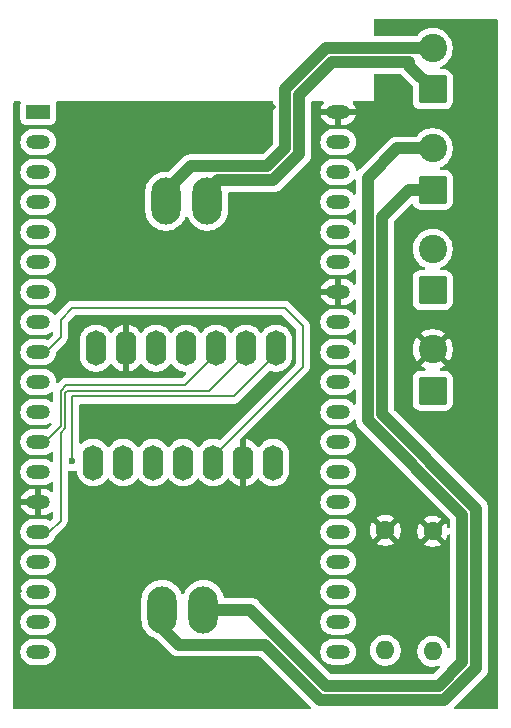
<source format=gbr>
%TF.GenerationSoftware,KiCad,Pcbnew,9.0.0*%
%TF.CreationDate,2025-03-25T17:14:42+01:00*%
%TF.ProjectId,ESP32_speaker_tiny,45535033-325f-4737-9065-616b65725f74,rev?*%
%TF.SameCoordinates,Original*%
%TF.FileFunction,Copper,L2,Bot*%
%TF.FilePolarity,Positive*%
%FSLAX46Y46*%
G04 Gerber Fmt 4.6, Leading zero omitted, Abs format (unit mm)*
G04 Created by KiCad (PCBNEW 9.0.0) date 2025-03-25 17:14:42*
%MOMM*%
%LPD*%
G01*
G04 APERTURE LIST*
G04 Aperture macros list*
%AMRoundRect*
0 Rectangle with rounded corners*
0 $1 Rounding radius*
0 $2 $3 $4 $5 $6 $7 $8 $9 X,Y pos of 4 corners*
0 Add a 4 corners polygon primitive as box body*
4,1,4,$2,$3,$4,$5,$6,$7,$8,$9,$2,$3,0*
0 Add four circle primitives for the rounded corners*
1,1,$1+$1,$2,$3*
1,1,$1+$1,$4,$5*
1,1,$1+$1,$6,$7*
1,1,$1+$1,$8,$9*
0 Add four rect primitives between the rounded corners*
20,1,$1+$1,$2,$3,$4,$5,0*
20,1,$1+$1,$4,$5,$6,$7,0*
20,1,$1+$1,$6,$7,$8,$9,0*
20,1,$1+$1,$8,$9,$2,$3,0*%
G04 Aperture macros list end*
%TA.AperFunction,ComponentPad*%
%ADD10RoundRect,0.250001X0.949999X-0.949999X0.949999X0.949999X-0.949999X0.949999X-0.949999X-0.949999X0*%
%TD*%
%TA.AperFunction,ComponentPad*%
%ADD11C,2.400000*%
%TD*%
%TA.AperFunction,ComponentPad*%
%ADD12C,1.600000*%
%TD*%
%TA.AperFunction,ComponentPad*%
%ADD13O,1.600000X1.600000*%
%TD*%
%TA.AperFunction,ComponentPad*%
%ADD14R,2.000000X1.200000*%
%TD*%
%TA.AperFunction,ComponentPad*%
%ADD15O,2.000000X1.200000*%
%TD*%
%TA.AperFunction,ComponentPad*%
%ADD16O,1.750000X3.000000*%
%TD*%
%TA.AperFunction,ComponentPad*%
%ADD17O,2.500000X4.000000*%
%TD*%
%TA.AperFunction,ViaPad*%
%ADD18C,0.500000*%
%TD*%
%TA.AperFunction,ViaPad*%
%ADD19C,0.600000*%
%TD*%
%TA.AperFunction,Conductor*%
%ADD20C,1.000000*%
%TD*%
%TA.AperFunction,Conductor*%
%ADD21C,0.200000*%
%TD*%
G04 APERTURE END LIST*
D10*
%TO.P,SPEAKER_R,1*%
%TO.N,Net-(AMP_R1-OUTP)*%
X60000000Y-22000000D03*
D11*
%TO.P,SPEAKER_R,2*%
%TO.N,Net-(AMP_R1-OUTN)*%
X60000000Y-18500000D03*
%TD*%
D10*
%TO.P,+ -,1*%
%TO.N,+5V*%
X60000000Y-47500000D03*
D11*
%TO.P,+ -,2*%
%TO.N,GND*%
X60000000Y-44000000D03*
%TD*%
D12*
%TO.P,GAIN_L1,1*%
%TO.N,GND*%
X60000000Y-59420000D03*
D13*
%TO.P,GAIN_L1,2*%
%TO.N,Net-(AMP_L1-GAIN)*%
X60000000Y-69580000D03*
%TD*%
D10*
%TO.P,PWR_SWITCH,1*%
%TO.N,+5V*%
X60000000Y-39000000D03*
D11*
%TO.P,PWR_SWITCH,2*%
%TO.N,Net-(AMP_L1-Vin)*%
X60000000Y-35500000D03*
%TD*%
D14*
%TO.P,U1,1,3V3*%
%TO.N,unconnected-(U1-3V3-Pad1)*%
X26600000Y-23900000D03*
D15*
%TO.P,U1,2,CHIP_PU*%
%TO.N,unconnected-(U1-CHIP_PU-Pad2)*%
X26600000Y-26440000D03*
%TO.P,U1,3,SENSOR_VP/GPIO36/ADC1_CH0*%
%TO.N,unconnected-(U1-SENSOR_VP{slash}GPIO36{slash}ADC1_CH0-Pad3)*%
X26600000Y-28980000D03*
%TO.P,U1,4,SENSOR_VN/GPIO39/ADC1_CH3*%
%TO.N,unconnected-(U1-SENSOR_VN{slash}GPIO39{slash}ADC1_CH3-Pad4)*%
X26600000Y-31520000D03*
%TO.P,U1,5,VDET_1/GPIO34/ADC1_CH6*%
%TO.N,unconnected-(U1-VDET_1{slash}GPIO34{slash}ADC1_CH6-Pad5)*%
X26600000Y-34060000D03*
%TO.P,U1,6,VDET_2/GPIO35/ADC1_CH7*%
%TO.N,unconnected-(U1-VDET_2{slash}GPIO35{slash}ADC1_CH7-Pad6)*%
X26600000Y-36600000D03*
%TO.P,U1,7,32K_XP/GPIO32/ADC1_CH4*%
%TO.N,unconnected-(U1-32K_XP{slash}GPIO32{slash}ADC1_CH4-Pad7)*%
X26600000Y-39140000D03*
%TO.P,U1,8,32K_XN/GPIO33/ADC1_CH5*%
%TO.N,unconnected-(U1-32K_XN{slash}GPIO33{slash}ADC1_CH5-Pad8)*%
X26600000Y-41680000D03*
%TO.P,U1,9,DAC_1/ADC2_CH8/GPIO25*%
%TO.N,Net-(AMP_L1-~{SD_MODE})*%
X26600000Y-44220000D03*
%TO.P,U1,10,DAC_2/ADC2_CH9/GPIO26*%
%TO.N,Net-(AMP_R1-~{SD_MODE})*%
X26600000Y-46760000D03*
%TO.P,U1,11,ADC2_CH7/GPIO27*%
%TO.N,unconnected-(U1-ADC2_CH7{slash}GPIO27-Pad11)*%
X26600000Y-49300000D03*
%TO.P,U1,12,MTMS/GPIO14/ADC2_CH6*%
%TO.N,Net-(AMP_L1-DIN)*%
X26600000Y-51840000D03*
%TO.P,U1,13,MTDI/GPIO12/ADC2_CH5*%
%TO.N,Net-(AMP_L1-LRC)*%
X26600000Y-54380000D03*
%TO.P,U1,14,GND*%
%TO.N,GND*%
X26600000Y-56920000D03*
%TO.P,U1,15,MTCK/GPIO13/ADC2_CH4*%
%TO.N,Net-(AMP_L1-BCLK)*%
X26600000Y-59460000D03*
%TO.P,U1,16,SD_DATA2/GPIO9*%
%TO.N,unconnected-(U1-SD_DATA2{slash}GPIO9-Pad16)*%
X26600000Y-62000000D03*
%TO.P,U1,17,SD_DATA3/GPIO10*%
%TO.N,unconnected-(U1-SD_DATA3{slash}GPIO10-Pad17)*%
X26600000Y-64540000D03*
%TO.P,U1,18,CMD*%
%TO.N,unconnected-(U1-CMD-Pad18)*%
X26600000Y-67080000D03*
%TO.P,U1,19,5V*%
%TO.N,Net-(AMP_L1-Vin)*%
X26600000Y-69620000D03*
%TO.P,U1,20,SD_CLK/GPIO6*%
%TO.N,unconnected-(U1-SD_CLK{slash}GPIO6-Pad20)*%
X51996320Y-69617280D03*
%TO.P,U1,21,SD_DATA0/GPIO7*%
%TO.N,unconnected-(U1-SD_DATA0{slash}GPIO7-Pad21)*%
X51996320Y-67077280D03*
%TO.P,U1,22,SD_DATA1/GPIO8*%
%TO.N,unconnected-(U1-SD_DATA1{slash}GPIO8-Pad22)*%
X52000000Y-64540000D03*
%TO.P,U1,23,MTDO/GPIO15/ADC2_CH3*%
%TO.N,unconnected-(U1-MTDO{slash}GPIO15{slash}ADC2_CH3-Pad23)*%
X52000000Y-62000000D03*
%TO.P,U1,24,ADC2_CH2/GPIO2*%
%TO.N,unconnected-(U1-ADC2_CH2{slash}GPIO2-Pad24)*%
X52000000Y-59460000D03*
%TO.P,U1,25,GPIO0/BOOT/ADC2_CH1*%
%TO.N,unconnected-(U1-GPIO0{slash}BOOT{slash}ADC2_CH1-Pad25)*%
X52000000Y-56920000D03*
%TO.P,U1,26,ADC2_CH0/GPIO4*%
%TO.N,unconnected-(U1-ADC2_CH0{slash}GPIO4-Pad26)*%
X52000000Y-54380000D03*
%TO.P,U1,27,GPIO16*%
%TO.N,unconnected-(U1-GPIO16-Pad27)*%
X52000000Y-51840000D03*
%TO.P,U1,28,GPIO17*%
%TO.N,unconnected-(U1-GPIO17-Pad28)*%
X52000000Y-49300000D03*
%TO.P,U1,29,GPIO5*%
%TO.N,unconnected-(U1-GPIO5-Pad29)*%
X52000000Y-46760000D03*
%TO.P,U1,30,GPIO18*%
%TO.N,unconnected-(U1-GPIO18-Pad30)*%
X52000000Y-44220000D03*
%TO.P,U1,31,GPIO19*%
%TO.N,unconnected-(U1-GPIO19-Pad31)*%
X52000000Y-41680000D03*
%TO.P,U1,32,GND*%
%TO.N,GND*%
X52000000Y-39140000D03*
%TO.P,U1,33,GPIO21*%
%TO.N,unconnected-(U1-GPIO21-Pad33)*%
X52000000Y-36600000D03*
%TO.P,U1,34,U0RXD/GPIO3*%
%TO.N,unconnected-(U1-U0RXD{slash}GPIO3-Pad34)*%
X52000000Y-34060000D03*
%TO.P,U1,35,U0TXD/GPIO1*%
%TO.N,unconnected-(U1-U0TXD{slash}GPIO1-Pad35)*%
X52000000Y-31520000D03*
%TO.P,U1,36,GPIO22*%
%TO.N,unconnected-(U1-GPIO22-Pad36)*%
X52000000Y-28980000D03*
%TO.P,U1,37,GPIO23*%
%TO.N,unconnected-(U1-GPIO23-Pad37)*%
X52000000Y-26440000D03*
%TO.P,U1,38,GND*%
%TO.N,GND*%
X52000000Y-23900000D03*
%TD*%
D12*
%TO.P,GAIN_R1,1*%
%TO.N,GND*%
X56000000Y-59340000D03*
D13*
%TO.P,GAIN_R1,2*%
%TO.N,Net-(AMP_R1-GAIN)*%
X56000000Y-69500000D03*
%TD*%
D10*
%TO.P,SPEAKER_L,1*%
%TO.N,Net-(AMP_L1-OUTP)*%
X60000000Y-30500000D03*
D11*
%TO.P,SPEAKER_L,2*%
%TO.N,Net-(AMP_L1-OUTN)*%
X60000000Y-27000000D03*
%TD*%
D16*
%TO.P,AMP_R1,1,Vin*%
%TO.N,Net-(AMP_L1-Vin)*%
X31500000Y-43907000D03*
%TO.P,AMP_R1,2,GND*%
%TO.N,GND*%
X34040000Y-43907000D03*
%TO.P,AMP_R1,3,~{SD_MODE}*%
%TO.N,Net-(AMP_R1-~{SD_MODE})*%
X36580000Y-43907000D03*
%TO.P,AMP_R1,4,GAIN*%
%TO.N,Net-(AMP_R1-GAIN)*%
X39120000Y-43907000D03*
%TO.P,AMP_R1,5,DIN*%
%TO.N,Net-(AMP_L1-DIN)*%
X41660000Y-43907000D03*
%TO.P,AMP_R1,6,BCLK*%
%TO.N,Net-(AMP_L1-BCLK)*%
X44200000Y-43907000D03*
%TO.P,AMP_R1,7,LRC*%
%TO.N,Net-(AMP_L1-LRC)*%
X46740000Y-43907000D03*
D17*
%TO.P,AMP_R1,8,OUTP*%
%TO.N,Net-(AMP_R1-OUTP)*%
X40920000Y-31453000D03*
%TO.P,AMP_R1,9,OUTN*%
%TO.N,Net-(AMP_R1-OUTN)*%
X37420000Y-31453000D03*
%TD*%
D16*
%TO.P,AMP_L1,1,Vin*%
%TO.N,Net-(AMP_L1-Vin)*%
X46500000Y-53593000D03*
%TO.P,AMP_L1,2,GND*%
%TO.N,GND*%
X43960000Y-53593000D03*
%TO.P,AMP_L1,3,~{SD_MODE}*%
%TO.N,Net-(AMP_L1-~{SD_MODE})*%
X41420000Y-53593000D03*
%TO.P,AMP_L1,4,GAIN*%
%TO.N,Net-(AMP_L1-GAIN)*%
X38880000Y-53593000D03*
%TO.P,AMP_L1,5,DIN*%
%TO.N,Net-(AMP_L1-DIN)*%
X36340000Y-53593000D03*
%TO.P,AMP_L1,6,BCLK*%
%TO.N,Net-(AMP_L1-BCLK)*%
X33800000Y-53593000D03*
%TO.P,AMP_L1,7,LRC*%
%TO.N,Net-(AMP_L1-LRC)*%
X31260000Y-53593000D03*
D17*
%TO.P,AMP_L1,8,OUTP*%
%TO.N,Net-(AMP_L1-OUTP)*%
X37080000Y-66047000D03*
%TO.P,AMP_L1,9,OUTN*%
%TO.N,Net-(AMP_L1-OUTN)*%
X40580000Y-66047000D03*
%TD*%
D18*
%TO.N,GND*%
X32500000Y-46000000D03*
X30500000Y-46000000D03*
X29500000Y-46000000D03*
X28500000Y-46000000D03*
X37500000Y-49000000D03*
X36500000Y-49000000D03*
X35500000Y-49000000D03*
X57000000Y-39000000D03*
X57000000Y-40000000D03*
X57000000Y-41000000D03*
X57000000Y-42000000D03*
X57000000Y-43000000D03*
X57000000Y-44000000D03*
X57000000Y-45000000D03*
X57000000Y-46000000D03*
X57000000Y-47000000D03*
X57000000Y-48000000D03*
X57000000Y-48000000D03*
X57000000Y-49000000D03*
X57500000Y-49500000D03*
X60500000Y-58000000D03*
X60000000Y-57500000D03*
X59500000Y-57000000D03*
X59000000Y-56500000D03*
X58500000Y-56000000D03*
X58000000Y-55500000D03*
X57500000Y-55000000D03*
X57000000Y-54500000D03*
X56500000Y-54000000D03*
X56000000Y-53500000D03*
X55500000Y-53000000D03*
X55000000Y-52500000D03*
X54500000Y-52000000D03*
X54000000Y-51500000D03*
X64500000Y-56000000D03*
X64000000Y-55500000D03*
X60500000Y-52500000D03*
X60000000Y-52000000D03*
X59500000Y-51500000D03*
X59000000Y-51000000D03*
X58500000Y-50500000D03*
X58000000Y-50000000D03*
X65000000Y-71500000D03*
X65000000Y-70500000D03*
X65000000Y-69500000D03*
X65000000Y-68500000D03*
X65000000Y-67500000D03*
X65000000Y-66500000D03*
X65000000Y-65500000D03*
X65000000Y-64500000D03*
X65000000Y-63500000D03*
X65000000Y-62500000D03*
X65000000Y-61500000D03*
X65000000Y-60500000D03*
X65000000Y-59500000D03*
X65000000Y-58500000D03*
X65000000Y-57500000D03*
X61000000Y-68000000D03*
X61000000Y-67000000D03*
X61000000Y-66000000D03*
X61000000Y-65000000D03*
X61000000Y-64000000D03*
X61000000Y-63000000D03*
X61000000Y-62000000D03*
X61000000Y-61000000D03*
X64500000Y-72000000D03*
X64000000Y-72500000D03*
X63500000Y-73000000D03*
X63000000Y-73500000D03*
X47500000Y-67000000D03*
X48500000Y-74000000D03*
X48000000Y-73500000D03*
X47500000Y-73000000D03*
X47000000Y-72500000D03*
X46500000Y-72000000D03*
X46000000Y-71500000D03*
X45500000Y-71000000D03*
X57000000Y-36000000D03*
X57000000Y-35000000D03*
X57000000Y-34000000D03*
X57000000Y-33500000D03*
X57500000Y-33000000D03*
X58000000Y-32500000D03*
X57500000Y-25500000D03*
X57000000Y-25500000D03*
X56000000Y-26000000D03*
X55500000Y-26500000D03*
X55000000Y-27000000D03*
X54500000Y-27500000D03*
X54000000Y-28000000D03*
X50000000Y-24000000D03*
X50000000Y-25000000D03*
X50000000Y-26000000D03*
X50000000Y-27000000D03*
X50000000Y-28000000D03*
X49500000Y-28500000D03*
X49000000Y-29000000D03*
X48500000Y-29500000D03*
X48000000Y-30000000D03*
X47500000Y-30500000D03*
X47000000Y-31000000D03*
X46000000Y-31000000D03*
X45000000Y-31000000D03*
X44000000Y-31000000D03*
X43000000Y-31000000D03*
X37500000Y-28500000D03*
X38000000Y-28000000D03*
X38500000Y-27500000D03*
X45500000Y-27000000D03*
X44500000Y-27000000D03*
X43500000Y-27000000D03*
X42500000Y-27000000D03*
X41500000Y-27000000D03*
X40500000Y-27000000D03*
X39500000Y-27000000D03*
X46000000Y-26500000D03*
X46000000Y-25500000D03*
X46000000Y-24500000D03*
X28500000Y-65500000D03*
X28500000Y-66500000D03*
X28500000Y-67500000D03*
X29000000Y-68000000D03*
X30000000Y-68500000D03*
X31000000Y-68500000D03*
X32000000Y-68500000D03*
X33000000Y-68500000D03*
X34000000Y-68500000D03*
X35000000Y-68500000D03*
X36000000Y-68500000D03*
X37000000Y-56000000D03*
X38000000Y-56000000D03*
X39000000Y-56000000D03*
X40000000Y-56000000D03*
X41000000Y-56000000D03*
X42000000Y-56000000D03*
X43000000Y-56000000D03*
X44000000Y-56000000D03*
X45000000Y-56000000D03*
X46000000Y-56000000D03*
X47000000Y-56000000D03*
X47000000Y-57000000D03*
X47000000Y-58000000D03*
X47000000Y-59000000D03*
X47000000Y-60000000D03*
X47000000Y-61000000D03*
X47000000Y-62000000D03*
X47000000Y-63000000D03*
X47000000Y-64000000D03*
X47000000Y-65000000D03*
X47000000Y-66500000D03*
X46500000Y-66000000D03*
X46000000Y-65500000D03*
X45500000Y-65000000D03*
X44500000Y-64500000D03*
X43500000Y-64500000D03*
X42500000Y-64500000D03*
X47500000Y-51500000D03*
X48000000Y-52000000D03*
X48000000Y-51000000D03*
X48000000Y-50000000D03*
X47000000Y-50000000D03*
X45500000Y-51500000D03*
X45000000Y-51000000D03*
X45500000Y-50500000D03*
X46000000Y-50000000D03*
X42000000Y-51000000D03*
X43000000Y-50000000D03*
X42000000Y-50000000D03*
X41000000Y-50000000D03*
X40000000Y-50000000D03*
X40000000Y-50500000D03*
X40000000Y-51500000D03*
X36000000Y-56000000D03*
X36000000Y-57000000D03*
X36000000Y-58000000D03*
X36000000Y-59000000D03*
X35500000Y-59500000D03*
X35000000Y-60000000D03*
X35000000Y-61000000D03*
X35000000Y-62000000D03*
X35000000Y-63000000D03*
X34500000Y-63500000D03*
X34000000Y-64000000D03*
X33500000Y-64500000D03*
X32500000Y-64500000D03*
X31500000Y-64500000D03*
X30500000Y-64500000D03*
X29500000Y-64500000D03*
X28500000Y-64500000D03*
X49000000Y-74000000D03*
X47000000Y-74000000D03*
X45000000Y-74000000D03*
X43000000Y-74000000D03*
X41000000Y-74000000D03*
X39000000Y-74000000D03*
X37000000Y-74000000D03*
X35000000Y-74000000D03*
X33000000Y-74000000D03*
X31000000Y-74000000D03*
X29000000Y-74000000D03*
X27000000Y-74000000D03*
X25000000Y-74000000D03*
X25000000Y-72000000D03*
X25000000Y-70500000D03*
X25000000Y-68500000D03*
X25000000Y-66500000D03*
X25000000Y-64500000D03*
X25000000Y-62500000D03*
X25000000Y-61000000D03*
X25000000Y-59000000D03*
X25000000Y-57000000D03*
X50000000Y-23500000D03*
X62500000Y-74000000D03*
X63500000Y-74000000D03*
X65000000Y-74000000D03*
X65000000Y-56500000D03*
X65000000Y-55000000D03*
X65000000Y-53500000D03*
X65000000Y-51500000D03*
X65000000Y-50000000D03*
X65000000Y-48500000D03*
X65000000Y-46500000D03*
X65000000Y-45000000D03*
X65000000Y-43500000D03*
X65000000Y-42000000D03*
X65000000Y-40500000D03*
X65000000Y-39000000D03*
X65000000Y-37500000D03*
X65000000Y-36000000D03*
X65000000Y-34500000D03*
X65000000Y-33000000D03*
X65000000Y-31500000D03*
X65000000Y-30000000D03*
X65000000Y-28500000D03*
X65000000Y-27000000D03*
X65000000Y-25500000D03*
X65000000Y-24000000D03*
X65000000Y-22500000D03*
X65000000Y-21000000D03*
X65000000Y-19500000D03*
X65000000Y-18000000D03*
X65000000Y-16500000D03*
X63500000Y-16500000D03*
X61500000Y-16500000D03*
X59500000Y-16500000D03*
X57500000Y-16500000D03*
X55500000Y-16500000D03*
X55500000Y-17000000D03*
X55500000Y-21000000D03*
X55500000Y-22500000D03*
X54500000Y-23500000D03*
X46500000Y-23500000D03*
X44500000Y-23500000D03*
X42500000Y-23500000D03*
X40500000Y-23500000D03*
X38500000Y-23500000D03*
X36500000Y-23500000D03*
X34500000Y-23500000D03*
X32500000Y-23500000D03*
X30500000Y-23500000D03*
X28500000Y-23500000D03*
X25000000Y-25500000D03*
X25000000Y-28000000D03*
X25000000Y-30500000D03*
X25000000Y-33000000D03*
X25000000Y-35500000D03*
X25000000Y-38000000D03*
X25000000Y-40500000D03*
X25000000Y-43000000D03*
X25000000Y-45500000D03*
X25000000Y-48000000D03*
X25000000Y-50500000D03*
X25000000Y-55500000D03*
X25000000Y-53000000D03*
X30500000Y-51500000D03*
X34500000Y-49000000D03*
X35000000Y-49500000D03*
X35500000Y-50000000D03*
X36000000Y-50500000D03*
X36500000Y-51000000D03*
X61000000Y-53000000D03*
D19*
%TO.N,Net-(AMP_L1-LRC)*%
X29500000Y-53500000D03*
%TD*%
D20*
%TO.N,Net-(AMP_L1-OUTP)*%
X50502530Y-73701000D02*
X60997470Y-73701000D01*
%TO.N,Net-(AMP_R1-OUTP)*%
X48701000Y-23500000D02*
X48701000Y-22497470D01*
X58000000Y-20000000D02*
X60000000Y-22000000D01*
X58000000Y-19701000D02*
X58000000Y-20000000D01*
X51497470Y-19701000D02*
X58000000Y-19701000D01*
X48701000Y-22497470D02*
X51497470Y-19701000D01*
X48701000Y-27497470D02*
X48701000Y-23500000D01*
X46497471Y-29700999D02*
X48701000Y-27497470D01*
X41799000Y-29701000D02*
X46497471Y-29700999D01*
X40920000Y-30580000D02*
X41799000Y-29701000D01*
X40920000Y-31453000D02*
X40920000Y-30580000D01*
%TO.N,Net-(AMP_R1-OUTN)*%
X47500000Y-22000000D02*
X51000000Y-18500000D01*
X51000000Y-18500000D02*
X60000000Y-18500000D01*
X46000000Y-28500000D02*
X47500000Y-27000000D01*
X47500000Y-27000000D02*
X47500000Y-22000000D01*
X39500000Y-28500000D02*
X46000000Y-28500000D01*
X37420000Y-30580000D02*
X39500000Y-28500000D01*
X37420000Y-31453000D02*
X37420000Y-30580000D01*
%TO.N,Net-(AMP_L1-OUTP)*%
X58000000Y-30500000D02*
X60000000Y-30500000D01*
X55701000Y-32799000D02*
X58000000Y-30500000D01*
X55701000Y-49500000D02*
X55701000Y-32799000D01*
X63700999Y-57499999D02*
X55701000Y-49500000D01*
X63700999Y-70997471D02*
X63700999Y-57499999D01*
X60997470Y-73701000D02*
X63700999Y-70997471D01*
X45801530Y-69000000D02*
X50502530Y-73701000D01*
X38500000Y-69000000D02*
X45801530Y-69000000D01*
X37080000Y-67580000D02*
X38500000Y-69000000D01*
X37080000Y-66047000D02*
X37080000Y-67580000D01*
%TO.N,Net-(AMP_L1-OUTN)*%
X57000000Y-27000000D02*
X60000000Y-27000000D01*
X54500000Y-29500000D02*
X57000000Y-27000000D01*
X54500000Y-50000000D02*
X54500000Y-29500000D01*
X62500000Y-70500000D02*
X62500000Y-58000000D01*
X62500000Y-58000000D02*
X54500000Y-50000000D01*
X60500000Y-72500000D02*
X62500000Y-70500000D01*
X51000000Y-72500000D02*
X60500000Y-72500000D01*
X44547000Y-66047000D02*
X51000000Y-72500000D01*
X40580000Y-66047000D02*
X44547000Y-66047000D01*
%TO.N,Net-(AMP_R1-OUTN)*%
X37420000Y-31453000D02*
X37420000Y-30080000D01*
D21*
%TO.N,Net-(AMP_L1-~{SD_MODE})*%
X27280000Y-44220000D02*
X26600000Y-44220000D01*
X28500000Y-43000000D02*
X27280000Y-44220000D01*
X28500000Y-41500000D02*
X28500000Y-43000000D01*
X29500000Y-40500000D02*
X28500000Y-41500000D01*
X47500000Y-40500000D02*
X29500000Y-40500000D01*
X49000000Y-42000000D02*
X47500000Y-40500000D01*
X49000000Y-45513000D02*
X49000000Y-42000000D01*
X41420000Y-53093000D02*
X49000000Y-45513000D01*
%TO.N,Net-(AMP_L1-LRC)*%
X29500000Y-48000000D02*
X29500000Y-53500000D01*
X43147000Y-48000000D02*
X29500000Y-48000000D01*
X46740000Y-44407000D02*
X43147000Y-48000000D01*
%TO.N,Net-(AMP_L1-BCLK)*%
X27540000Y-59460000D02*
X26600000Y-59460000D01*
X28500000Y-58500000D02*
X27540000Y-59460000D01*
X28500000Y-51067100D02*
X28500000Y-58500000D01*
X28901000Y-47666100D02*
X28901000Y-50666100D01*
X29067100Y-47500000D02*
X28901000Y-47666100D01*
X41107000Y-47500000D02*
X29067100Y-47500000D01*
X44200000Y-44407000D02*
X41107000Y-47500000D01*
X28901000Y-50666100D02*
X28500000Y-51067100D01*
%TO.N,Net-(AMP_L1-DIN)*%
X27160000Y-51840000D02*
X26600000Y-51840000D01*
X28500000Y-50500000D02*
X27160000Y-51840000D01*
X28500000Y-47500000D02*
X28500000Y-50500000D01*
X29000000Y-47000000D02*
X28500000Y-47500000D01*
X41660000Y-44407000D02*
X39067000Y-47000000D01*
X39067000Y-47000000D02*
X29000000Y-47000000D01*
%TD*%
%TA.AperFunction,Conductor*%
%TO.N,GND*%
G36*
X25066159Y-23019685D02*
G01*
X25111914Y-23072489D01*
X25121858Y-23141647D01*
X25115302Y-23167334D01*
X25105908Y-23192518D01*
X25105439Y-23196885D01*
X25099501Y-23252123D01*
X25099500Y-23252135D01*
X25099500Y-24547870D01*
X25099501Y-24547876D01*
X25105908Y-24607483D01*
X25156202Y-24742328D01*
X25156206Y-24742335D01*
X25242452Y-24857544D01*
X25242455Y-24857547D01*
X25357664Y-24943793D01*
X25357671Y-24943797D01*
X25492517Y-24994091D01*
X25492516Y-24994091D01*
X25499444Y-24994835D01*
X25552127Y-25000500D01*
X27647872Y-25000499D01*
X27707483Y-24994091D01*
X27842331Y-24943796D01*
X27957546Y-24857546D01*
X28043796Y-24742331D01*
X28094091Y-24607483D01*
X28100500Y-24547873D01*
X28100499Y-23252128D01*
X28094091Y-23192517D01*
X28084697Y-23167332D01*
X28079714Y-23097642D01*
X28113199Y-23036319D01*
X28174522Y-23002834D01*
X28200880Y-23000000D01*
X46375500Y-23000000D01*
X46442539Y-23019685D01*
X46488294Y-23072489D01*
X46499500Y-23124000D01*
X46499500Y-26534217D01*
X46479815Y-26601256D01*
X46463181Y-26621898D01*
X45621899Y-27463181D01*
X45560576Y-27496666D01*
X45534218Y-27499500D01*
X39401457Y-27499500D01*
X39331570Y-27513402D01*
X39331569Y-27513402D01*
X39208171Y-27537947D01*
X39208164Y-27537949D01*
X39184425Y-27547782D01*
X39026088Y-27613366D01*
X39026079Y-27613371D01*
X38862219Y-27722859D01*
X38795782Y-27789297D01*
X38722861Y-27862218D01*
X38722858Y-27862221D01*
X37664435Y-28920643D01*
X37603112Y-28954128D01*
X37560569Y-28955901D01*
X37534744Y-28952501D01*
X37534739Y-28952500D01*
X37534734Y-28952500D01*
X37305266Y-28952500D01*
X37305258Y-28952500D01*
X37088715Y-28981009D01*
X37077762Y-28982452D01*
X36984076Y-29007554D01*
X36856112Y-29041842D01*
X36644123Y-29129650D01*
X36644109Y-29129657D01*
X36445382Y-29244392D01*
X36263338Y-29384081D01*
X36101081Y-29546338D01*
X35961392Y-29728382D01*
X35846657Y-29927109D01*
X35846650Y-29927123D01*
X35758842Y-30139112D01*
X35699453Y-30360759D01*
X35699451Y-30360770D01*
X35669500Y-30588258D01*
X35669500Y-32317741D01*
X35674987Y-32359414D01*
X35699452Y-32545238D01*
X35719618Y-32620500D01*
X35758842Y-32766887D01*
X35846650Y-32978876D01*
X35846656Y-32978888D01*
X35961093Y-33177100D01*
X35961392Y-33177617D01*
X36101081Y-33359661D01*
X36101089Y-33359670D01*
X36263330Y-33521911D01*
X36263338Y-33521918D01*
X36445382Y-33661607D01*
X36445385Y-33661608D01*
X36445388Y-33661611D01*
X36644112Y-33776344D01*
X36644117Y-33776346D01*
X36644123Y-33776349D01*
X36706780Y-33802302D01*
X36856113Y-33864158D01*
X37077762Y-33923548D01*
X37305266Y-33953500D01*
X37305273Y-33953500D01*
X37534727Y-33953500D01*
X37534734Y-33953500D01*
X37762238Y-33923548D01*
X37983887Y-33864158D01*
X38195888Y-33776344D01*
X38394612Y-33661611D01*
X38576661Y-33521919D01*
X38576665Y-33521914D01*
X38576670Y-33521911D01*
X38738911Y-33359670D01*
X38738914Y-33359665D01*
X38738919Y-33359661D01*
X38878611Y-33177612D01*
X38993344Y-32978888D01*
X39055439Y-32828976D01*
X39099279Y-32774573D01*
X39165574Y-32752508D01*
X39233273Y-32769787D01*
X39280884Y-32820924D01*
X39284561Y-32828977D01*
X39346650Y-32978876D01*
X39346656Y-32978888D01*
X39461093Y-33177100D01*
X39461392Y-33177617D01*
X39601081Y-33359661D01*
X39601089Y-33359670D01*
X39763330Y-33521911D01*
X39763338Y-33521918D01*
X39945382Y-33661607D01*
X39945385Y-33661608D01*
X39945388Y-33661611D01*
X40144112Y-33776344D01*
X40144117Y-33776346D01*
X40144123Y-33776349D01*
X40206780Y-33802302D01*
X40356113Y-33864158D01*
X40577762Y-33923548D01*
X40805266Y-33953500D01*
X40805273Y-33953500D01*
X41034727Y-33953500D01*
X41034734Y-33953500D01*
X41262238Y-33923548D01*
X41483887Y-33864158D01*
X41695888Y-33776344D01*
X41894612Y-33661611D01*
X42076661Y-33521919D01*
X42076665Y-33521914D01*
X42076670Y-33521911D01*
X42238911Y-33359670D01*
X42238914Y-33359665D01*
X42238919Y-33359661D01*
X42378611Y-33177612D01*
X42493344Y-32978888D01*
X42581158Y-32766887D01*
X42640548Y-32545238D01*
X42670500Y-32317734D01*
X42670500Y-30825499D01*
X42690185Y-30758460D01*
X42742989Y-30712705D01*
X42794500Y-30701499D01*
X46596014Y-30701499D01*
X46626163Y-30695501D01*
X46701148Y-30680586D01*
X46789307Y-30663050D01*
X46842636Y-30640960D01*
X46971385Y-30587631D01*
X47135253Y-30478138D01*
X47274610Y-30338781D01*
X47274610Y-30338779D01*
X47284818Y-30328572D01*
X47284819Y-30328569D01*
X49478140Y-28135251D01*
X49587632Y-27971384D01*
X49663052Y-27789305D01*
X49701501Y-27596010D01*
X49701501Y-27398929D01*
X49701501Y-27393819D01*
X49701500Y-27393793D01*
X49701500Y-26353389D01*
X50499500Y-26353389D01*
X50499500Y-26526611D01*
X50526598Y-26697701D01*
X50580127Y-26862445D01*
X50658768Y-27016788D01*
X50760586Y-27156928D01*
X50883072Y-27279414D01*
X51023212Y-27381232D01*
X51177555Y-27459873D01*
X51342299Y-27513402D01*
X51513389Y-27540500D01*
X51513390Y-27540500D01*
X52486610Y-27540500D01*
X52486611Y-27540500D01*
X52657701Y-27513402D01*
X52822445Y-27459873D01*
X52976788Y-27381232D01*
X53116928Y-27279414D01*
X53239414Y-27156928D01*
X53341232Y-27016788D01*
X53419873Y-26862445D01*
X53473402Y-26697701D01*
X53500500Y-26526611D01*
X53500500Y-26353389D01*
X53473402Y-26182299D01*
X53419873Y-26017555D01*
X53341232Y-25863212D01*
X53239414Y-25723072D01*
X53116928Y-25600586D01*
X52976788Y-25498768D01*
X52822445Y-25420127D01*
X52657701Y-25366598D01*
X52657699Y-25366597D01*
X52657698Y-25366597D01*
X52526271Y-25345781D01*
X52486611Y-25339500D01*
X51513389Y-25339500D01*
X51473728Y-25345781D01*
X51342302Y-25366597D01*
X51177552Y-25420128D01*
X51023211Y-25498768D01*
X50943256Y-25556859D01*
X50883072Y-25600586D01*
X50883070Y-25600588D01*
X50883069Y-25600588D01*
X50760588Y-25723069D01*
X50760588Y-25723070D01*
X50760586Y-25723072D01*
X50716859Y-25783256D01*
X50658768Y-25863211D01*
X50580128Y-26017552D01*
X50526597Y-26182302D01*
X50516465Y-26246274D01*
X50499500Y-26353389D01*
X49701500Y-26353389D01*
X49701500Y-23124000D01*
X49721185Y-23056961D01*
X49773989Y-23011206D01*
X49825500Y-23000000D01*
X50650849Y-23000000D01*
X50717888Y-23019685D01*
X50763643Y-23072489D01*
X50773587Y-23141647D01*
X50751168Y-23196885D01*
X50659195Y-23323475D01*
X50580591Y-23477744D01*
X50527085Y-23642415D01*
X50525884Y-23649999D01*
X50525885Y-23650000D01*
X51684314Y-23650000D01*
X51679920Y-23654394D01*
X51627259Y-23745606D01*
X51600000Y-23847339D01*
X51600000Y-23952661D01*
X51627259Y-24054394D01*
X51679920Y-24145606D01*
X51684314Y-24150000D01*
X50525885Y-24150000D01*
X50527085Y-24157584D01*
X50580591Y-24322255D01*
X50659195Y-24476524D01*
X50760967Y-24616602D01*
X50883397Y-24739032D01*
X51023475Y-24840804D01*
X51177742Y-24919408D01*
X51342415Y-24972914D01*
X51513429Y-25000000D01*
X51750000Y-25000000D01*
X51750000Y-24215686D01*
X51754394Y-24220080D01*
X51845606Y-24272741D01*
X51947339Y-24300000D01*
X52052661Y-24300000D01*
X52154394Y-24272741D01*
X52245606Y-24220080D01*
X52250000Y-24215686D01*
X52250000Y-25000000D01*
X52486571Y-25000000D01*
X52657584Y-24972914D01*
X52822257Y-24919408D01*
X52976524Y-24840804D01*
X53116602Y-24739032D01*
X53239032Y-24616602D01*
X53340804Y-24476524D01*
X53419408Y-24322255D01*
X53472914Y-24157584D01*
X53474115Y-24150000D01*
X52315686Y-24150000D01*
X52320080Y-24145606D01*
X52372741Y-24054394D01*
X52400000Y-23952661D01*
X52400000Y-23847339D01*
X52372741Y-23745606D01*
X52320080Y-23654394D01*
X52315686Y-23650000D01*
X53474115Y-23650000D01*
X53474115Y-23649999D01*
X53472914Y-23642415D01*
X53419408Y-23477744D01*
X53340804Y-23323475D01*
X53248832Y-23196885D01*
X53225353Y-23131078D01*
X53241179Y-23063024D01*
X53291285Y-23014330D01*
X53349151Y-23000000D01*
X55000000Y-23000000D01*
X55000000Y-23500000D01*
X58538634Y-23500000D01*
X58581344Y-23542710D01*
X58581348Y-23542713D01*
X58730662Y-23634812D01*
X58730664Y-23634813D01*
X58730666Y-23634814D01*
X58897203Y-23689999D01*
X58999992Y-23700500D01*
X58999997Y-23700500D01*
X61000003Y-23700500D01*
X61000008Y-23700500D01*
X61102797Y-23689999D01*
X61269334Y-23634814D01*
X61418655Y-23542711D01*
X61461366Y-23500000D01*
X65499500Y-23500000D01*
X65499500Y-74375500D01*
X65479815Y-74442539D01*
X65427011Y-74488294D01*
X65375500Y-74499500D01*
X61913251Y-74499500D01*
X61846212Y-74479815D01*
X61800457Y-74427011D01*
X61790513Y-74357853D01*
X61819538Y-74294297D01*
X61825570Y-74287819D01*
X64478135Y-71635256D01*
X64478135Y-71635255D01*
X64478138Y-71635253D01*
X64570739Y-71496666D01*
X64587630Y-71471387D01*
X64587635Y-71471377D01*
X64663048Y-71289310D01*
X64663050Y-71289306D01*
X64701499Y-71096012D01*
X64701499Y-57401458D01*
X64682274Y-57304811D01*
X64663050Y-57208163D01*
X64650384Y-57177584D01*
X64640960Y-57154832D01*
X64587634Y-57026091D01*
X64587627Y-57026078D01*
X64478138Y-56862217D01*
X64478135Y-56862213D01*
X64335685Y-56719763D01*
X64335654Y-56719734D01*
X56737819Y-49121899D01*
X56704334Y-49060576D01*
X56701500Y-49034218D01*
X56701500Y-46499984D01*
X58299500Y-46499984D01*
X58299500Y-48500015D01*
X58310000Y-48602795D01*
X58310001Y-48602797D01*
X58328115Y-48657461D01*
X58365186Y-48769335D01*
X58365187Y-48769337D01*
X58457286Y-48918651D01*
X58457289Y-48918655D01*
X58581344Y-49042710D01*
X58581348Y-49042713D01*
X58730662Y-49134812D01*
X58730664Y-49134813D01*
X58730666Y-49134814D01*
X58897203Y-49189999D01*
X58999992Y-49200500D01*
X58999997Y-49200500D01*
X61000003Y-49200500D01*
X61000008Y-49200500D01*
X61102797Y-49189999D01*
X61269334Y-49134814D01*
X61418655Y-49042711D01*
X61542711Y-48918655D01*
X61634814Y-48769334D01*
X61689999Y-48602797D01*
X61700500Y-48500008D01*
X61700500Y-46499992D01*
X61689999Y-46397203D01*
X61634814Y-46230666D01*
X61605543Y-46183211D01*
X61542713Y-46081348D01*
X61542710Y-46081344D01*
X61418655Y-45957289D01*
X61418651Y-45957286D01*
X61269337Y-45865187D01*
X61269335Y-45865186D01*
X61147134Y-45824693D01*
X61102797Y-45810001D01*
X61102795Y-45810000D01*
X61000015Y-45799500D01*
X61000008Y-45799500D01*
X60721326Y-45799500D01*
X60654287Y-45779815D01*
X60608532Y-45727011D01*
X60598588Y-45657853D01*
X60627613Y-45594297D01*
X60673873Y-45560939D01*
X60753502Y-45527954D01*
X60753514Y-45527949D01*
X60946498Y-45416530D01*
X61012403Y-45365957D01*
X61012404Y-45365956D01*
X60211059Y-44564612D01*
X60231591Y-44559111D01*
X60368408Y-44480119D01*
X60480119Y-44368408D01*
X60559111Y-44231591D01*
X60564612Y-44211059D01*
X61365956Y-45012404D01*
X61365957Y-45012403D01*
X61416530Y-44946498D01*
X61527949Y-44753514D01*
X61527954Y-44753502D01*
X61613236Y-44547618D01*
X61670911Y-44332367D01*
X61670914Y-44332354D01*
X61700000Y-44111424D01*
X61700000Y-43888575D01*
X61670914Y-43667645D01*
X61670911Y-43667632D01*
X61613236Y-43452381D01*
X61527954Y-43246497D01*
X61527949Y-43246485D01*
X61416533Y-43053507D01*
X61365956Y-42987595D01*
X61365955Y-42987595D01*
X60564612Y-43788939D01*
X60559111Y-43768409D01*
X60480119Y-43631592D01*
X60368408Y-43519881D01*
X60231591Y-43440889D01*
X60211058Y-43435387D01*
X61012403Y-42634043D01*
X61012403Y-42634040D01*
X60946504Y-42583473D01*
X60946491Y-42583464D01*
X60753520Y-42472054D01*
X60753502Y-42472045D01*
X60547618Y-42386763D01*
X60332367Y-42329088D01*
X60332354Y-42329085D01*
X60111425Y-42300000D01*
X59888575Y-42300000D01*
X59667645Y-42329085D01*
X59667632Y-42329088D01*
X59452381Y-42386763D01*
X59246497Y-42472045D01*
X59246479Y-42472054D01*
X59053511Y-42583462D01*
X58987595Y-42634042D01*
X59788941Y-43435387D01*
X59768409Y-43440889D01*
X59631592Y-43519881D01*
X59519881Y-43631592D01*
X59440889Y-43768409D01*
X59435387Y-43788940D01*
X58634042Y-42987595D01*
X58583462Y-43053511D01*
X58472054Y-43246479D01*
X58472045Y-43246497D01*
X58386763Y-43452381D01*
X58329088Y-43667632D01*
X58329085Y-43667645D01*
X58300000Y-43888575D01*
X58300000Y-44111424D01*
X58329085Y-44332354D01*
X58329088Y-44332367D01*
X58386763Y-44547618D01*
X58472045Y-44753502D01*
X58472054Y-44753520D01*
X58583464Y-44946491D01*
X58583473Y-44946504D01*
X58634040Y-45012403D01*
X58634043Y-45012403D01*
X59435387Y-44211058D01*
X59440889Y-44231591D01*
X59519881Y-44368408D01*
X59631592Y-44480119D01*
X59768409Y-44559111D01*
X59788940Y-44564612D01*
X58987595Y-45365955D01*
X58987595Y-45365956D01*
X59053507Y-45416533D01*
X59246485Y-45527949D01*
X59246497Y-45527954D01*
X59326127Y-45560939D01*
X59380531Y-45604780D01*
X59402595Y-45671075D01*
X59385315Y-45738774D01*
X59334178Y-45786384D01*
X59278674Y-45799500D01*
X58999984Y-45799500D01*
X58897204Y-45810000D01*
X58897203Y-45810001D01*
X58730664Y-45865186D01*
X58730662Y-45865187D01*
X58581348Y-45957286D01*
X58581344Y-45957289D01*
X58457289Y-46081344D01*
X58457286Y-46081348D01*
X58365187Y-46230662D01*
X58365186Y-46230664D01*
X58310001Y-46397203D01*
X58310000Y-46397204D01*
X58299500Y-46499984D01*
X56701500Y-46499984D01*
X56701500Y-35388549D01*
X58299500Y-35388549D01*
X58299500Y-35611450D01*
X58299501Y-35611466D01*
X58328594Y-35832452D01*
X58328595Y-35832457D01*
X58328596Y-35832463D01*
X58379707Y-36023211D01*
X58386290Y-36047780D01*
X58386293Y-36047790D01*
X58440044Y-36177555D01*
X58471595Y-36253726D01*
X58583052Y-36446774D01*
X58583057Y-36446780D01*
X58583058Y-36446782D01*
X58718751Y-36623622D01*
X58718757Y-36623629D01*
X58876370Y-36781242D01*
X58876376Y-36781247D01*
X59053226Y-36916948D01*
X59246274Y-37028405D01*
X59246277Y-37028406D01*
X59246282Y-37028409D01*
X59324817Y-37060939D01*
X59379221Y-37104780D01*
X59401286Y-37171074D01*
X59384007Y-37238773D01*
X59332870Y-37286384D01*
X59277365Y-37299500D01*
X58999984Y-37299500D01*
X58897204Y-37310000D01*
X58897203Y-37310001D01*
X58730664Y-37365186D01*
X58730662Y-37365187D01*
X58581348Y-37457286D01*
X58581344Y-37457289D01*
X58457289Y-37581344D01*
X58457286Y-37581348D01*
X58365187Y-37730662D01*
X58365186Y-37730664D01*
X58310001Y-37897203D01*
X58310000Y-37897204D01*
X58299500Y-37999984D01*
X58299500Y-40000015D01*
X58310000Y-40102795D01*
X58310001Y-40102797D01*
X58328914Y-40159873D01*
X58365186Y-40269335D01*
X58365187Y-40269337D01*
X58457286Y-40418651D01*
X58457289Y-40418655D01*
X58581344Y-40542710D01*
X58581348Y-40542713D01*
X58730662Y-40634812D01*
X58730664Y-40634813D01*
X58730666Y-40634814D01*
X58897203Y-40689999D01*
X58999992Y-40700500D01*
X58999997Y-40700500D01*
X61000003Y-40700500D01*
X61000008Y-40700500D01*
X61102797Y-40689999D01*
X61269334Y-40634814D01*
X61418655Y-40542711D01*
X61542711Y-40418655D01*
X61634814Y-40269334D01*
X61689999Y-40102797D01*
X61700500Y-40000008D01*
X61700500Y-37999992D01*
X61689999Y-37897203D01*
X61634814Y-37730666D01*
X61616207Y-37700500D01*
X61542713Y-37581348D01*
X61542710Y-37581344D01*
X61418655Y-37457289D01*
X61418651Y-37457286D01*
X61269337Y-37365187D01*
X61269335Y-37365186D01*
X61110332Y-37312498D01*
X61102797Y-37310001D01*
X61102795Y-37310000D01*
X61000015Y-37299500D01*
X61000008Y-37299500D01*
X60722635Y-37299500D01*
X60655596Y-37279815D01*
X60609841Y-37227011D01*
X60599897Y-37157853D01*
X60628922Y-37094297D01*
X60675183Y-37060939D01*
X60753717Y-37028409D01*
X60753718Y-37028407D01*
X60753726Y-37028405D01*
X60946774Y-36916948D01*
X61123624Y-36781247D01*
X61281247Y-36623624D01*
X61416948Y-36446774D01*
X61528405Y-36253726D01*
X61613710Y-36047781D01*
X61671404Y-35832463D01*
X61700500Y-35611457D01*
X61700500Y-35388543D01*
X61671404Y-35167537D01*
X61613710Y-34952219D01*
X61528405Y-34746274D01*
X61416948Y-34553226D01*
X61281247Y-34376376D01*
X61281242Y-34376370D01*
X61123629Y-34218757D01*
X61123622Y-34218751D01*
X60946782Y-34083058D01*
X60946780Y-34083057D01*
X60946774Y-34083052D01*
X60753726Y-33971595D01*
X60753722Y-33971593D01*
X60547790Y-33886293D01*
X60547783Y-33886291D01*
X60547781Y-33886290D01*
X60332463Y-33828596D01*
X60332457Y-33828595D01*
X60332452Y-33828594D01*
X60111466Y-33799501D01*
X60111463Y-33799500D01*
X60111457Y-33799500D01*
X59888543Y-33799500D01*
X59888537Y-33799500D01*
X59888533Y-33799501D01*
X59667547Y-33828594D01*
X59667540Y-33828595D01*
X59667537Y-33828596D01*
X59534821Y-33864157D01*
X59452219Y-33886290D01*
X59452209Y-33886293D01*
X59246277Y-33971593D01*
X59246273Y-33971595D01*
X59053226Y-34083052D01*
X59053217Y-34083058D01*
X58876377Y-34218751D01*
X58876370Y-34218757D01*
X58718757Y-34376370D01*
X58718751Y-34376377D01*
X58583058Y-34553217D01*
X58583052Y-34553226D01*
X58471595Y-34746273D01*
X58471593Y-34746277D01*
X58386293Y-34952209D01*
X58386290Y-34952219D01*
X58337743Y-35133402D01*
X58328597Y-35167534D01*
X58328594Y-35167547D01*
X58299501Y-35388533D01*
X58299500Y-35388549D01*
X56701500Y-35388549D01*
X56701500Y-33264781D01*
X56721185Y-33197742D01*
X56737814Y-33177105D01*
X58170519Y-31744399D01*
X58231840Y-31710916D01*
X58301532Y-31715900D01*
X58357465Y-31757772D01*
X58363736Y-31766984D01*
X58457288Y-31918654D01*
X58581344Y-32042710D01*
X58581348Y-32042713D01*
X58730662Y-32134812D01*
X58730664Y-32134813D01*
X58730666Y-32134814D01*
X58897203Y-32189999D01*
X58999992Y-32200500D01*
X58999997Y-32200500D01*
X61000003Y-32200500D01*
X61000008Y-32200500D01*
X61102797Y-32189999D01*
X61269334Y-32134814D01*
X61418655Y-32042711D01*
X61542711Y-31918655D01*
X61634814Y-31769334D01*
X61689999Y-31602797D01*
X61700500Y-31500008D01*
X61700500Y-29499992D01*
X61689999Y-29397203D01*
X61634814Y-29230666D01*
X61620934Y-29208164D01*
X61542713Y-29081348D01*
X61542710Y-29081344D01*
X61418655Y-28957289D01*
X61418651Y-28957286D01*
X61269337Y-28865187D01*
X61269335Y-28865186D01*
X61145924Y-28824292D01*
X61102797Y-28810001D01*
X61102795Y-28810000D01*
X61000015Y-28799500D01*
X61000008Y-28799500D01*
X60722635Y-28799500D01*
X60655596Y-28779815D01*
X60609841Y-28727011D01*
X60599897Y-28657853D01*
X60628922Y-28594297D01*
X60675183Y-28560939D01*
X60753717Y-28528409D01*
X60753718Y-28528407D01*
X60753726Y-28528405D01*
X60946774Y-28416948D01*
X61123624Y-28281247D01*
X61281247Y-28123624D01*
X61416948Y-27946774D01*
X61528405Y-27753726D01*
X61613710Y-27547781D01*
X61671404Y-27332463D01*
X61700500Y-27111457D01*
X61700500Y-26888543D01*
X61671404Y-26667537D01*
X61613710Y-26452219D01*
X61528405Y-26246274D01*
X61416948Y-26053226D01*
X61281247Y-25876376D01*
X61281242Y-25876370D01*
X61123629Y-25718757D01*
X61123622Y-25718751D01*
X60946782Y-25583058D01*
X60946780Y-25583057D01*
X60946774Y-25583052D01*
X60753726Y-25471595D01*
X60753722Y-25471593D01*
X60547790Y-25386293D01*
X60547783Y-25386291D01*
X60547781Y-25386290D01*
X60332463Y-25328596D01*
X60332457Y-25328595D01*
X60332452Y-25328594D01*
X60111466Y-25299501D01*
X60111463Y-25299500D01*
X60111457Y-25299500D01*
X59888543Y-25299500D01*
X59888537Y-25299500D01*
X59888533Y-25299501D01*
X59667547Y-25328594D01*
X59667540Y-25328595D01*
X59667537Y-25328596D01*
X59626843Y-25339500D01*
X59452219Y-25386290D01*
X59452209Y-25386293D01*
X59246277Y-25471593D01*
X59246273Y-25471595D01*
X59053226Y-25583052D01*
X59053217Y-25583058D01*
X58876377Y-25718751D01*
X58876370Y-25718757D01*
X58718757Y-25876370D01*
X58718751Y-25876377D01*
X58661503Y-25950986D01*
X58605076Y-25992189D01*
X58563127Y-25999500D01*
X56901457Y-25999500D01*
X56815034Y-26016691D01*
X56815032Y-26016691D01*
X56810691Y-26017555D01*
X56708164Y-26037949D01*
X56657903Y-26058768D01*
X56650727Y-26061740D01*
X56650721Y-26061742D01*
X56526092Y-26113364D01*
X56526079Y-26113371D01*
X56362219Y-26222859D01*
X56292540Y-26292538D01*
X56222861Y-26362218D01*
X53863174Y-28721904D01*
X53863151Y-28721927D01*
X53862221Y-28722858D01*
X53862218Y-28722861D01*
X53722861Y-28862218D01*
X53709104Y-28882806D01*
X53701591Y-28890653D01*
X53680332Y-28902866D01*
X53661515Y-28918592D01*
X53650569Y-28919966D01*
X53641008Y-28925460D01*
X53616521Y-28924241D01*
X53592190Y-28927297D01*
X53582239Y-28922536D01*
X53571225Y-28921988D01*
X53551283Y-28907724D01*
X53529163Y-28897140D01*
X53523366Y-28887755D01*
X53514397Y-28881340D01*
X53505332Y-28858557D01*
X53492446Y-28837695D01*
X53489556Y-28824292D01*
X53473402Y-28722299D01*
X53419873Y-28557555D01*
X53341232Y-28403212D01*
X53239414Y-28263072D01*
X53116928Y-28140586D01*
X52976788Y-28038768D01*
X52822445Y-27960127D01*
X52657701Y-27906598D01*
X52657699Y-27906597D01*
X52657698Y-27906597D01*
X52526271Y-27885781D01*
X52486611Y-27879500D01*
X51513389Y-27879500D01*
X51473728Y-27885781D01*
X51342302Y-27906597D01*
X51177552Y-27960128D01*
X51023211Y-28038768D01*
X50943256Y-28096859D01*
X50883072Y-28140586D01*
X50883070Y-28140588D01*
X50883069Y-28140588D01*
X50760588Y-28263069D01*
X50760588Y-28263070D01*
X50760586Y-28263072D01*
X50716859Y-28323256D01*
X50658768Y-28403211D01*
X50580128Y-28557552D01*
X50526597Y-28722302D01*
X50512707Y-28810001D01*
X50499500Y-28893389D01*
X50499500Y-29066611D01*
X50501834Y-29081345D01*
X50525483Y-29230666D01*
X50526598Y-29237701D01*
X50580127Y-29402445D01*
X50658768Y-29556788D01*
X50760586Y-29696928D01*
X50883072Y-29819414D01*
X51023212Y-29921232D01*
X51177555Y-29999873D01*
X51342299Y-30053402D01*
X51513389Y-30080500D01*
X51513390Y-30080500D01*
X52486610Y-30080500D01*
X52486611Y-30080500D01*
X52657701Y-30053402D01*
X52822445Y-29999873D01*
X52976788Y-29921232D01*
X53116928Y-29819414D01*
X53239414Y-29696928D01*
X53275183Y-29647696D01*
X53330512Y-29605032D01*
X53400126Y-29599053D01*
X53461921Y-29631659D01*
X53496278Y-29692498D01*
X53499500Y-29720583D01*
X53499500Y-30779416D01*
X53479815Y-30846455D01*
X53427011Y-30892210D01*
X53357853Y-30902154D01*
X53294297Y-30873129D01*
X53275183Y-30852303D01*
X53239414Y-30803072D01*
X53116930Y-30680588D01*
X53116928Y-30680586D01*
X52976788Y-30578768D01*
X52822445Y-30500127D01*
X52657701Y-30446598D01*
X52657699Y-30446597D01*
X52657698Y-30446597D01*
X52526271Y-30425781D01*
X52486611Y-30419500D01*
X51513389Y-30419500D01*
X51473728Y-30425781D01*
X51342302Y-30446597D01*
X51177552Y-30500128D01*
X51023211Y-30578768D01*
X50883069Y-30680588D01*
X50760588Y-30803069D01*
X50760588Y-30803070D01*
X50760586Y-30803072D01*
X50716859Y-30863256D01*
X50658768Y-30943211D01*
X50580128Y-31097552D01*
X50526597Y-31262302D01*
X50499500Y-31433389D01*
X50499500Y-31606610D01*
X50525272Y-31769334D01*
X50526598Y-31777701D01*
X50580127Y-31942445D01*
X50658768Y-32096788D01*
X50760586Y-32236928D01*
X50883072Y-32359414D01*
X51023212Y-32461232D01*
X51177555Y-32539873D01*
X51342299Y-32593402D01*
X51513389Y-32620500D01*
X51513390Y-32620500D01*
X52486610Y-32620500D01*
X52486611Y-32620500D01*
X52657701Y-32593402D01*
X52822445Y-32539873D01*
X52976788Y-32461232D01*
X53116928Y-32359414D01*
X53239414Y-32236928D01*
X53275183Y-32187696D01*
X53330512Y-32145032D01*
X53400126Y-32139053D01*
X53461921Y-32171659D01*
X53496278Y-32232498D01*
X53499500Y-32260583D01*
X53499500Y-33319416D01*
X53479815Y-33386455D01*
X53427011Y-33432210D01*
X53357853Y-33442154D01*
X53294297Y-33413129D01*
X53275183Y-33392303D01*
X53239414Y-33343072D01*
X53116930Y-33220588D01*
X53116928Y-33220586D01*
X52976788Y-33118768D01*
X52822445Y-33040127D01*
X52657701Y-32986598D01*
X52657699Y-32986597D01*
X52657698Y-32986597D01*
X52526271Y-32965781D01*
X52486611Y-32959500D01*
X51513389Y-32959500D01*
X51473728Y-32965781D01*
X51342302Y-32986597D01*
X51177552Y-33040128D01*
X51023211Y-33118768D01*
X50943256Y-33176859D01*
X50883072Y-33220586D01*
X50883070Y-33220588D01*
X50883069Y-33220588D01*
X50760588Y-33343069D01*
X50760588Y-33343070D01*
X50760586Y-33343072D01*
X50716859Y-33403256D01*
X50658768Y-33483211D01*
X50580128Y-33637552D01*
X50526597Y-33802302D01*
X50507394Y-33923546D01*
X50499500Y-33973389D01*
X50499500Y-34146611D01*
X50526598Y-34317701D01*
X50580127Y-34482445D01*
X50658768Y-34636788D01*
X50760586Y-34776928D01*
X50883072Y-34899414D01*
X51023212Y-35001232D01*
X51177555Y-35079873D01*
X51342299Y-35133402D01*
X51513389Y-35160500D01*
X51513390Y-35160500D01*
X52486610Y-35160500D01*
X52486611Y-35160500D01*
X52657701Y-35133402D01*
X52822445Y-35079873D01*
X52976788Y-35001232D01*
X53116928Y-34899414D01*
X53239414Y-34776928D01*
X53275183Y-34727696D01*
X53330512Y-34685032D01*
X53400126Y-34679053D01*
X53461921Y-34711659D01*
X53496278Y-34772498D01*
X53499500Y-34800583D01*
X53499500Y-35859416D01*
X53479815Y-35926455D01*
X53427011Y-35972210D01*
X53357853Y-35982154D01*
X53294297Y-35953129D01*
X53275183Y-35932303D01*
X53239414Y-35883072D01*
X53116930Y-35760588D01*
X53116928Y-35760586D01*
X52976788Y-35658768D01*
X52822445Y-35580127D01*
X52657701Y-35526598D01*
X52657699Y-35526597D01*
X52657698Y-35526597D01*
X52526271Y-35505781D01*
X52486611Y-35499500D01*
X51513389Y-35499500D01*
X51473728Y-35505781D01*
X51342302Y-35526597D01*
X51177552Y-35580128D01*
X51023211Y-35658768D01*
X50943256Y-35716859D01*
X50883072Y-35760586D01*
X50883070Y-35760588D01*
X50883069Y-35760588D01*
X50760588Y-35883069D01*
X50760588Y-35883070D01*
X50760586Y-35883072D01*
X50716859Y-35943256D01*
X50658768Y-36023211D01*
X50580128Y-36177552D01*
X50526597Y-36342302D01*
X50500500Y-36507075D01*
X50499500Y-36513389D01*
X50499500Y-36686611D01*
X50526598Y-36857701D01*
X50545848Y-36916947D01*
X50580128Y-37022447D01*
X50616737Y-37094297D01*
X50658768Y-37176788D01*
X50760586Y-37316928D01*
X50883072Y-37439414D01*
X51023212Y-37541232D01*
X51177555Y-37619873D01*
X51342299Y-37673402D01*
X51513389Y-37700500D01*
X51513390Y-37700500D01*
X52486610Y-37700500D01*
X52486611Y-37700500D01*
X52657701Y-37673402D01*
X52822445Y-37619873D01*
X52976788Y-37541232D01*
X53116928Y-37439414D01*
X53239414Y-37316928D01*
X53275183Y-37267696D01*
X53330512Y-37225032D01*
X53400126Y-37219053D01*
X53461921Y-37251659D01*
X53496278Y-37312498D01*
X53499500Y-37340583D01*
X53499500Y-38400267D01*
X53479815Y-38467306D01*
X53427011Y-38513061D01*
X53357853Y-38523005D01*
X53294297Y-38493980D01*
X53275182Y-38473152D01*
X53239038Y-38423403D01*
X53116602Y-38300967D01*
X52976524Y-38199195D01*
X52822257Y-38120591D01*
X52657584Y-38067085D01*
X52486571Y-38040000D01*
X52250000Y-38040000D01*
X52250000Y-38824314D01*
X52245606Y-38819920D01*
X52154394Y-38767259D01*
X52052661Y-38740000D01*
X51947339Y-38740000D01*
X51845606Y-38767259D01*
X51754394Y-38819920D01*
X51750000Y-38824314D01*
X51750000Y-38040000D01*
X51513429Y-38040000D01*
X51342415Y-38067085D01*
X51177742Y-38120591D01*
X51023475Y-38199195D01*
X50883397Y-38300967D01*
X50760967Y-38423397D01*
X50659195Y-38563475D01*
X50580591Y-38717744D01*
X50527085Y-38882415D01*
X50525884Y-38889999D01*
X50525885Y-38890000D01*
X51684314Y-38890000D01*
X51679920Y-38894394D01*
X51627259Y-38985606D01*
X51600000Y-39087339D01*
X51600000Y-39192661D01*
X51627259Y-39294394D01*
X51679920Y-39385606D01*
X51684314Y-39390000D01*
X50525885Y-39390000D01*
X50527085Y-39397584D01*
X50580591Y-39562255D01*
X50659195Y-39716524D01*
X50760967Y-39856602D01*
X50883397Y-39979032D01*
X51023475Y-40080804D01*
X51177742Y-40159408D01*
X51342415Y-40212914D01*
X51513429Y-40240000D01*
X51750000Y-40240000D01*
X51750000Y-39455686D01*
X51754394Y-39460080D01*
X51845606Y-39512741D01*
X51947339Y-39540000D01*
X52052661Y-39540000D01*
X52154394Y-39512741D01*
X52245606Y-39460080D01*
X52250000Y-39455686D01*
X52250000Y-40240000D01*
X52486571Y-40240000D01*
X52657584Y-40212914D01*
X52822257Y-40159408D01*
X52976524Y-40080804D01*
X53116602Y-39979032D01*
X53239036Y-39856598D01*
X53275181Y-39806848D01*
X53330510Y-39764181D01*
X53400124Y-39758201D01*
X53461919Y-39790806D01*
X53496277Y-39851645D01*
X53499500Y-39879732D01*
X53499500Y-40939416D01*
X53479815Y-41006455D01*
X53427011Y-41052210D01*
X53357853Y-41062154D01*
X53294297Y-41033129D01*
X53275183Y-41012303D01*
X53239414Y-40963072D01*
X53116930Y-40840588D01*
X53116928Y-40840586D01*
X52976788Y-40738768D01*
X52822445Y-40660127D01*
X52657701Y-40606598D01*
X52657699Y-40606597D01*
X52657698Y-40606597D01*
X52526271Y-40585781D01*
X52486611Y-40579500D01*
X51513389Y-40579500D01*
X51473728Y-40585781D01*
X51342302Y-40606597D01*
X51177552Y-40660128D01*
X51023211Y-40738768D01*
X50943256Y-40796859D01*
X50883072Y-40840586D01*
X50883070Y-40840588D01*
X50883069Y-40840588D01*
X50760588Y-40963069D01*
X50760588Y-40963070D01*
X50760586Y-40963072D01*
X50719605Y-41019478D01*
X50658768Y-41103211D01*
X50580128Y-41257552D01*
X50526597Y-41422302D01*
X50499500Y-41593389D01*
X50499500Y-41766610D01*
X50523943Y-41920943D01*
X50526598Y-41937701D01*
X50580127Y-42102445D01*
X50658768Y-42256788D01*
X50760586Y-42396928D01*
X50883072Y-42519414D01*
X51023212Y-42621232D01*
X51177555Y-42699873D01*
X51342299Y-42753402D01*
X51513389Y-42780500D01*
X51513390Y-42780500D01*
X52486610Y-42780500D01*
X52486611Y-42780500D01*
X52657701Y-42753402D01*
X52822445Y-42699873D01*
X52976788Y-42621232D01*
X53116928Y-42519414D01*
X53239414Y-42396928D01*
X53275183Y-42347696D01*
X53330512Y-42305032D01*
X53400126Y-42299053D01*
X53461921Y-42331659D01*
X53496278Y-42392498D01*
X53499500Y-42420583D01*
X53499500Y-43479416D01*
X53479815Y-43546455D01*
X53427011Y-43592210D01*
X53357853Y-43602154D01*
X53294297Y-43573129D01*
X53275183Y-43552303D01*
X53239414Y-43503072D01*
X53116930Y-43380588D01*
X53116928Y-43380586D01*
X52976788Y-43278768D01*
X52913452Y-43246497D01*
X52822447Y-43200128D01*
X52822446Y-43200127D01*
X52822445Y-43200127D01*
X52657701Y-43146598D01*
X52657699Y-43146597D01*
X52657698Y-43146597D01*
X52526271Y-43125781D01*
X52486611Y-43119500D01*
X51513389Y-43119500D01*
X51473728Y-43125781D01*
X51342302Y-43146597D01*
X51177552Y-43200128D01*
X51023211Y-43278768D01*
X50943256Y-43336859D01*
X50883072Y-43380586D01*
X50883070Y-43380588D01*
X50883069Y-43380588D01*
X50760588Y-43503069D01*
X50760588Y-43503070D01*
X50760586Y-43503072D01*
X50716859Y-43563256D01*
X50658768Y-43643211D01*
X50580128Y-43797552D01*
X50526597Y-43962302D01*
X50508116Y-44078991D01*
X50499500Y-44133389D01*
X50499500Y-44306611D01*
X50526598Y-44477701D01*
X50580127Y-44642445D01*
X50658768Y-44796788D01*
X50760586Y-44936928D01*
X50883072Y-45059414D01*
X51023212Y-45161232D01*
X51177555Y-45239873D01*
X51342299Y-45293402D01*
X51513389Y-45320500D01*
X51513390Y-45320500D01*
X52486610Y-45320500D01*
X52486611Y-45320500D01*
X52657701Y-45293402D01*
X52822445Y-45239873D01*
X52976788Y-45161232D01*
X53116928Y-45059414D01*
X53239414Y-44936928D01*
X53275183Y-44887696D01*
X53330512Y-44845032D01*
X53400126Y-44839053D01*
X53461921Y-44871659D01*
X53496278Y-44932498D01*
X53499500Y-44960583D01*
X53499500Y-46019416D01*
X53479815Y-46086455D01*
X53427011Y-46132210D01*
X53357853Y-46142154D01*
X53294297Y-46113129D01*
X53275183Y-46092303D01*
X53239414Y-46043072D01*
X53116930Y-45920588D01*
X53116928Y-45920586D01*
X52976788Y-45818768D01*
X52822445Y-45740127D01*
X52657701Y-45686598D01*
X52657699Y-45686597D01*
X52657698Y-45686597D01*
X52526271Y-45665781D01*
X52486611Y-45659500D01*
X51513389Y-45659500D01*
X51473728Y-45665781D01*
X51342302Y-45686597D01*
X51177552Y-45740128D01*
X51023211Y-45818768D01*
X50959323Y-45865186D01*
X50883072Y-45920586D01*
X50883070Y-45920588D01*
X50883069Y-45920588D01*
X50760588Y-46043069D01*
X50760588Y-46043070D01*
X50760586Y-46043072D01*
X50716859Y-46103256D01*
X50658768Y-46183211D01*
X50580128Y-46337552D01*
X50526597Y-46502302D01*
X50500500Y-46667075D01*
X50499500Y-46673389D01*
X50499500Y-46846611D01*
X50526598Y-47017701D01*
X50580127Y-47182445D01*
X50658768Y-47336788D01*
X50760586Y-47476928D01*
X50883072Y-47599414D01*
X51023212Y-47701232D01*
X51177555Y-47779873D01*
X51342299Y-47833402D01*
X51513389Y-47860500D01*
X51513390Y-47860500D01*
X52486610Y-47860500D01*
X52486611Y-47860500D01*
X52657701Y-47833402D01*
X52822445Y-47779873D01*
X52976788Y-47701232D01*
X53116928Y-47599414D01*
X53239414Y-47476928D01*
X53275183Y-47427696D01*
X53330512Y-47385032D01*
X53400126Y-47379053D01*
X53461921Y-47411659D01*
X53496278Y-47472498D01*
X53499500Y-47500583D01*
X53499500Y-48559416D01*
X53479815Y-48626455D01*
X53427011Y-48672210D01*
X53357853Y-48682154D01*
X53294297Y-48653129D01*
X53275183Y-48632303D01*
X53239414Y-48583072D01*
X53116930Y-48460588D01*
X53116928Y-48460586D01*
X52976788Y-48358768D01*
X52822445Y-48280127D01*
X52657701Y-48226598D01*
X52657699Y-48226597D01*
X52657698Y-48226597D01*
X52526271Y-48205781D01*
X52486611Y-48199500D01*
X51513389Y-48199500D01*
X51473728Y-48205781D01*
X51342302Y-48226597D01*
X51177552Y-48280128D01*
X51023211Y-48358768D01*
X50943256Y-48416859D01*
X50883072Y-48460586D01*
X50883070Y-48460588D01*
X50883069Y-48460588D01*
X50760588Y-48583069D01*
X50760588Y-48583070D01*
X50760586Y-48583072D01*
X50716859Y-48643256D01*
X50658768Y-48723211D01*
X50580128Y-48877552D01*
X50526597Y-49042302D01*
X50511945Y-49134812D01*
X50499500Y-49213389D01*
X50499500Y-49386611D01*
X50526598Y-49557701D01*
X50580127Y-49722445D01*
X50658768Y-49876788D01*
X50760586Y-50016928D01*
X50883072Y-50139414D01*
X51023212Y-50241232D01*
X51177555Y-50319873D01*
X51342299Y-50373402D01*
X51513389Y-50400500D01*
X51513390Y-50400500D01*
X52486610Y-50400500D01*
X52486611Y-50400500D01*
X52657701Y-50373402D01*
X52822445Y-50319873D01*
X52976788Y-50241232D01*
X53116928Y-50139414D01*
X53239414Y-50016928D01*
X53275183Y-49967696D01*
X53294676Y-49952664D01*
X53311291Y-49934502D01*
X53321856Y-49931706D01*
X53330512Y-49925032D01*
X53355037Y-49922925D01*
X53378836Y-49916628D01*
X53389236Y-49919988D01*
X53400126Y-49919053D01*
X53421897Y-49930540D01*
X53445322Y-49938109D01*
X53452254Y-49946558D01*
X53461921Y-49951659D01*
X53474027Y-49973096D01*
X53489639Y-49992125D01*
X53492380Y-50005595D01*
X53496278Y-50012498D01*
X53498668Y-50026244D01*
X53499500Y-50033390D01*
X53499500Y-50098541D01*
X53516813Y-50185580D01*
X53517786Y-50190474D01*
X53517787Y-50190478D01*
X53537947Y-50291833D01*
X53537949Y-50291837D01*
X53560038Y-50345164D01*
X53613366Y-50473911D01*
X53613371Y-50473920D01*
X53722859Y-50637780D01*
X53722860Y-50637781D01*
X53722861Y-50637782D01*
X53862218Y-50777139D01*
X53862219Y-50777139D01*
X53869286Y-50784206D01*
X53869285Y-50784206D01*
X53869289Y-50784209D01*
X61463181Y-58378101D01*
X61496666Y-58439424D01*
X61499500Y-58465782D01*
X61499500Y-59045191D01*
X61479815Y-59112230D01*
X61427011Y-59157985D01*
X61357853Y-59167929D01*
X61294297Y-59138904D01*
X61257569Y-59083510D01*
X61204755Y-58920968D01*
X61111859Y-58738650D01*
X61079474Y-58694077D01*
X61079474Y-58694076D01*
X60400000Y-59373551D01*
X60400000Y-59367339D01*
X60372741Y-59265606D01*
X60320080Y-59174394D01*
X60245606Y-59099920D01*
X60154394Y-59047259D01*
X60052661Y-59020000D01*
X60046446Y-59020000D01*
X60725922Y-58340524D01*
X60725921Y-58340523D01*
X60681359Y-58308147D01*
X60681350Y-58308141D01*
X60499031Y-58215244D01*
X60304417Y-58152009D01*
X60102317Y-58120000D01*
X59897683Y-58120000D01*
X59695582Y-58152009D01*
X59500968Y-58215244D01*
X59318644Y-58308143D01*
X59274077Y-58340523D01*
X59274077Y-58340524D01*
X59953554Y-59020000D01*
X59947339Y-59020000D01*
X59845606Y-59047259D01*
X59754394Y-59099920D01*
X59679920Y-59174394D01*
X59627259Y-59265606D01*
X59600000Y-59367339D01*
X59600000Y-59373553D01*
X58920524Y-58694077D01*
X58920523Y-58694077D01*
X58888143Y-58738644D01*
X58795244Y-58920968D01*
X58732009Y-59115582D01*
X58700000Y-59317682D01*
X58700000Y-59522317D01*
X58732009Y-59724417D01*
X58795244Y-59919031D01*
X58888141Y-60101350D01*
X58888147Y-60101359D01*
X58920523Y-60145921D01*
X58920524Y-60145922D01*
X59600000Y-59466446D01*
X59600000Y-59472661D01*
X59627259Y-59574394D01*
X59679920Y-59665606D01*
X59754394Y-59740080D01*
X59845606Y-59792741D01*
X59947339Y-59820000D01*
X59953553Y-59820000D01*
X59274076Y-60499474D01*
X59318650Y-60531859D01*
X59500968Y-60624755D01*
X59695582Y-60687990D01*
X59897683Y-60720000D01*
X60102317Y-60720000D01*
X60304417Y-60687990D01*
X60499031Y-60624755D01*
X60681349Y-60531859D01*
X60725921Y-60499474D01*
X60046447Y-59820000D01*
X60052661Y-59820000D01*
X60154394Y-59792741D01*
X60245606Y-59740080D01*
X60320080Y-59665606D01*
X60372741Y-59574394D01*
X60400000Y-59472661D01*
X60400000Y-59466447D01*
X61079474Y-60145921D01*
X61111859Y-60101349D01*
X61204754Y-59919031D01*
X61257569Y-59756489D01*
X61297007Y-59698814D01*
X61361366Y-59671616D01*
X61430212Y-59683531D01*
X61481688Y-59730775D01*
X61499500Y-59794808D01*
X61499500Y-69203575D01*
X61479815Y-69270614D01*
X61427011Y-69316369D01*
X61357853Y-69326313D01*
X61294297Y-69297288D01*
X61257569Y-69241894D01*
X61205218Y-69080776D01*
X61164455Y-69000776D01*
X61112287Y-68898390D01*
X61104556Y-68887749D01*
X60991971Y-68732786D01*
X60847213Y-68588028D01*
X60681613Y-68467715D01*
X60681612Y-68467714D01*
X60681610Y-68467713D01*
X60624653Y-68438691D01*
X60499223Y-68374781D01*
X60304534Y-68311522D01*
X60129995Y-68283878D01*
X60102352Y-68279500D01*
X59897648Y-68279500D01*
X59873329Y-68283351D01*
X59695465Y-68311522D01*
X59500776Y-68374781D01*
X59318386Y-68467715D01*
X59152786Y-68588028D01*
X59008028Y-68732786D01*
X58887715Y-68898386D01*
X58794781Y-69080776D01*
X58731522Y-69275465D01*
X58717769Y-69362302D01*
X58699500Y-69477648D01*
X58699500Y-69682352D01*
X58703342Y-69706610D01*
X58731522Y-69884534D01*
X58794781Y-70079223D01*
X58887715Y-70261613D01*
X59008028Y-70427213D01*
X59152786Y-70571971D01*
X59307749Y-70684556D01*
X59318390Y-70692287D01*
X59434607Y-70751503D01*
X59500776Y-70785218D01*
X59500778Y-70785218D01*
X59500781Y-70785220D01*
X59605137Y-70819127D01*
X59695465Y-70848477D01*
X59796557Y-70864488D01*
X59897648Y-70880500D01*
X59897649Y-70880500D01*
X60102351Y-70880500D01*
X60102352Y-70880500D01*
X60304534Y-70848477D01*
X60453346Y-70800124D01*
X60523183Y-70798129D01*
X60583016Y-70834209D01*
X60613845Y-70896910D01*
X60605881Y-70966324D01*
X60579342Y-71005737D01*
X60121899Y-71463181D01*
X60060576Y-71496666D01*
X60034218Y-71499500D01*
X51465782Y-71499500D01*
X51398743Y-71479815D01*
X51378101Y-71463181D01*
X49445589Y-69530669D01*
X50495820Y-69530669D01*
X50495820Y-69703890D01*
X50507421Y-69777140D01*
X50522918Y-69874981D01*
X50576447Y-70039725D01*
X50655088Y-70194068D01*
X50756906Y-70334208D01*
X50879392Y-70456694D01*
X51019532Y-70558512D01*
X51173875Y-70637153D01*
X51338619Y-70690682D01*
X51509709Y-70717780D01*
X51509710Y-70717780D01*
X52482930Y-70717780D01*
X52482931Y-70717780D01*
X52654021Y-70690682D01*
X52818765Y-70637153D01*
X52973108Y-70558512D01*
X53113248Y-70456694D01*
X53235734Y-70334208D01*
X53337552Y-70194068D01*
X53416193Y-70039725D01*
X53469722Y-69874981D01*
X53496820Y-69703891D01*
X53496820Y-69530669D01*
X53475752Y-69397648D01*
X54699500Y-69397648D01*
X54699500Y-69602351D01*
X54731522Y-69804534D01*
X54794781Y-69999223D01*
X54887715Y-70181613D01*
X55008028Y-70347213D01*
X55152786Y-70491971D01*
X55248118Y-70561232D01*
X55318390Y-70612287D01*
X55434607Y-70671503D01*
X55500776Y-70705218D01*
X55500778Y-70705218D01*
X55500781Y-70705220D01*
X55605137Y-70739127D01*
X55695465Y-70768477D01*
X55796557Y-70784488D01*
X55897648Y-70800500D01*
X55897649Y-70800500D01*
X56102351Y-70800500D01*
X56102352Y-70800500D01*
X56304534Y-70768477D01*
X56499219Y-70705220D01*
X56681610Y-70612287D01*
X56774590Y-70544732D01*
X56847213Y-70491971D01*
X56847215Y-70491968D01*
X56847219Y-70491966D01*
X56991966Y-70347219D01*
X56991968Y-70347215D01*
X56991971Y-70347213D01*
X57054164Y-70261610D01*
X57112287Y-70181610D01*
X57205220Y-69999219D01*
X57268477Y-69804534D01*
X57300500Y-69602352D01*
X57300500Y-69397648D01*
X57294470Y-69359579D01*
X57268477Y-69195465D01*
X57239127Y-69105137D01*
X57205220Y-69000781D01*
X57205218Y-69000778D01*
X57205218Y-69000776D01*
X57171503Y-68934607D01*
X57112287Y-68818390D01*
X57104556Y-68807749D01*
X56991971Y-68652786D01*
X56847213Y-68508028D01*
X56681613Y-68387715D01*
X56681612Y-68387714D01*
X56681610Y-68387713D01*
X56624653Y-68358691D01*
X56499223Y-68294781D01*
X56304534Y-68231522D01*
X56129995Y-68203878D01*
X56102352Y-68199500D01*
X55897648Y-68199500D01*
X55873329Y-68203351D01*
X55695465Y-68231522D01*
X55500776Y-68294781D01*
X55318386Y-68387715D01*
X55152786Y-68508028D01*
X55008028Y-68652786D01*
X54887715Y-68818386D01*
X54794781Y-69000776D01*
X54731522Y-69195465D01*
X54699500Y-69397648D01*
X53475752Y-69397648D01*
X53469722Y-69359579D01*
X53416193Y-69194835D01*
X53337552Y-69040492D01*
X53235734Y-68900352D01*
X53113248Y-68777866D01*
X52973108Y-68676048D01*
X52818765Y-68597407D01*
X52654021Y-68543878D01*
X52654019Y-68543877D01*
X52654018Y-68543877D01*
X52500104Y-68519500D01*
X52482931Y-68516780D01*
X51509709Y-68516780D01*
X51492536Y-68519500D01*
X51338622Y-68543877D01*
X51173872Y-68597408D01*
X51019531Y-68676048D01*
X50941446Y-68732781D01*
X50879392Y-68777866D01*
X50879390Y-68777868D01*
X50879389Y-68777868D01*
X50756908Y-68900349D01*
X50756908Y-68900350D01*
X50756906Y-68900352D01*
X50754930Y-68903072D01*
X50655088Y-69040491D01*
X50576448Y-69194832D01*
X50522917Y-69359582D01*
X50495820Y-69530669D01*
X49445589Y-69530669D01*
X46905589Y-66990669D01*
X50495820Y-66990669D01*
X50495820Y-67163891D01*
X50522918Y-67334981D01*
X50576447Y-67499725D01*
X50655088Y-67654068D01*
X50756906Y-67794208D01*
X50879392Y-67916694D01*
X51019532Y-68018512D01*
X51173875Y-68097153D01*
X51338619Y-68150682D01*
X51509709Y-68177780D01*
X51509710Y-68177780D01*
X52482930Y-68177780D01*
X52482931Y-68177780D01*
X52654021Y-68150682D01*
X52818765Y-68097153D01*
X52973108Y-68018512D01*
X53113248Y-67916694D01*
X53235734Y-67794208D01*
X53337552Y-67654068D01*
X53416193Y-67499725D01*
X53469722Y-67334981D01*
X53496820Y-67163891D01*
X53496820Y-66990669D01*
X53469722Y-66819579D01*
X53416193Y-66654835D01*
X53337552Y-66500492D01*
X53235734Y-66360352D01*
X53113248Y-66237866D01*
X52973108Y-66136048D01*
X52818765Y-66057407D01*
X52654021Y-66003878D01*
X52654019Y-66003877D01*
X52654018Y-66003877D01*
X52500104Y-65979500D01*
X52482931Y-65976780D01*
X51509709Y-65976780D01*
X51492536Y-65979500D01*
X51338622Y-66003877D01*
X51173872Y-66057408D01*
X51019531Y-66136048D01*
X50939576Y-66194139D01*
X50879392Y-66237866D01*
X50879390Y-66237868D01*
X50879389Y-66237868D01*
X50756908Y-66360349D01*
X50756908Y-66360350D01*
X50756906Y-66360352D01*
X50754930Y-66363072D01*
X50655088Y-66500491D01*
X50576448Y-66654832D01*
X50522917Y-66819582D01*
X50495820Y-66990669D01*
X46905589Y-66990669D01*
X45328479Y-65413559D01*
X45328459Y-65413537D01*
X45184785Y-65269863D01*
X45184781Y-65269860D01*
X45020920Y-65160371D01*
X45020911Y-65160366D01*
X44915703Y-65116788D01*
X44892165Y-65107038D01*
X44838836Y-65084949D01*
X44838832Y-65084948D01*
X44838828Y-65084946D01*
X44742188Y-65065724D01*
X44645544Y-65046500D01*
X44645541Y-65046500D01*
X42420277Y-65046500D01*
X42353238Y-65026815D01*
X42307483Y-64974011D01*
X42300504Y-64954600D01*
X42241158Y-64733113D01*
X42153344Y-64521112D01*
X42114244Y-64453389D01*
X50499500Y-64453389D01*
X50499500Y-64626610D01*
X50518645Y-64747491D01*
X50526598Y-64797701D01*
X50580127Y-64962445D01*
X50658768Y-65116788D01*
X50760586Y-65256928D01*
X50883072Y-65379414D01*
X51023212Y-65481232D01*
X51177555Y-65559873D01*
X51342299Y-65613402D01*
X51513389Y-65640500D01*
X51513390Y-65640500D01*
X52486610Y-65640500D01*
X52486611Y-65640500D01*
X52657701Y-65613402D01*
X52822445Y-65559873D01*
X52976788Y-65481232D01*
X53116928Y-65379414D01*
X53239414Y-65256928D01*
X53341232Y-65116788D01*
X53419873Y-64962445D01*
X53473402Y-64797701D01*
X53500500Y-64626611D01*
X53500500Y-64453389D01*
X53473402Y-64282299D01*
X53419873Y-64117555D01*
X53341232Y-63963212D01*
X53239414Y-63823072D01*
X53116928Y-63700586D01*
X52976788Y-63598768D01*
X52822445Y-63520127D01*
X52657701Y-63466598D01*
X52657699Y-63466597D01*
X52657698Y-63466597D01*
X52526271Y-63445781D01*
X52486611Y-63439500D01*
X51513389Y-63439500D01*
X51473728Y-63445781D01*
X51342302Y-63466597D01*
X51177552Y-63520128D01*
X51023211Y-63598768D01*
X50972184Y-63635842D01*
X50883072Y-63700586D01*
X50883070Y-63700588D01*
X50883069Y-63700588D01*
X50760588Y-63823069D01*
X50760588Y-63823070D01*
X50760586Y-63823072D01*
X50716859Y-63883256D01*
X50658768Y-63963211D01*
X50580128Y-64117552D01*
X50526597Y-64282302D01*
X50499500Y-64453389D01*
X42114244Y-64453389D01*
X42038611Y-64322388D01*
X42038608Y-64322385D01*
X42038607Y-64322382D01*
X41898918Y-64140338D01*
X41898911Y-64140330D01*
X41736670Y-63978089D01*
X41736661Y-63978081D01*
X41554617Y-63838392D01*
X41528078Y-63823070D01*
X41355888Y-63723656D01*
X41355876Y-63723650D01*
X41143887Y-63635842D01*
X40922238Y-63576452D01*
X40884215Y-63571446D01*
X40694741Y-63546500D01*
X40694734Y-63546500D01*
X40465266Y-63546500D01*
X40465258Y-63546500D01*
X40248715Y-63575009D01*
X40237762Y-63576452D01*
X40154477Y-63598768D01*
X40016112Y-63635842D01*
X39804123Y-63723650D01*
X39804109Y-63723657D01*
X39605382Y-63838392D01*
X39423338Y-63978081D01*
X39261081Y-64140338D01*
X39121392Y-64322382D01*
X39006657Y-64521109D01*
X39006650Y-64521123D01*
X38944561Y-64671022D01*
X38900720Y-64725426D01*
X38834426Y-64747491D01*
X38766727Y-64730212D01*
X38719116Y-64679075D01*
X38715439Y-64671022D01*
X38653349Y-64521123D01*
X38653346Y-64521117D01*
X38653344Y-64521112D01*
X38538611Y-64322388D01*
X38538608Y-64322385D01*
X38538607Y-64322382D01*
X38398918Y-64140338D01*
X38398911Y-64140330D01*
X38236670Y-63978089D01*
X38236661Y-63978081D01*
X38054617Y-63838392D01*
X38028078Y-63823070D01*
X37855888Y-63723656D01*
X37855876Y-63723650D01*
X37643887Y-63635842D01*
X37422238Y-63576452D01*
X37384215Y-63571446D01*
X37194741Y-63546500D01*
X37194734Y-63546500D01*
X36965266Y-63546500D01*
X36965258Y-63546500D01*
X36748715Y-63575009D01*
X36737762Y-63576452D01*
X36654477Y-63598768D01*
X36516112Y-63635842D01*
X36304123Y-63723650D01*
X36304109Y-63723657D01*
X36105382Y-63838392D01*
X35923338Y-63978081D01*
X35761081Y-64140338D01*
X35621392Y-64322382D01*
X35506657Y-64521109D01*
X35506650Y-64521123D01*
X35418842Y-64733112D01*
X35418842Y-64733113D01*
X35359452Y-64954762D01*
X35358440Y-64962447D01*
X35329500Y-65182258D01*
X35329500Y-66911741D01*
X35352156Y-67083819D01*
X35359452Y-67139238D01*
X35411900Y-67334977D01*
X35418842Y-67360887D01*
X35506650Y-67572876D01*
X35506657Y-67572890D01*
X35621392Y-67771617D01*
X35761081Y-67953661D01*
X35761089Y-67953670D01*
X35923330Y-68115911D01*
X35923338Y-68115918D01*
X36105382Y-68255607D01*
X36105385Y-68255608D01*
X36105388Y-68255611D01*
X36304112Y-68370344D01*
X36304114Y-68370344D01*
X36304118Y-68370347D01*
X36516103Y-68458154D01*
X36516113Y-68458158D01*
X36521070Y-68459486D01*
X36576659Y-68491579D01*
X37722860Y-69637781D01*
X37722861Y-69637782D01*
X37862218Y-69777139D01*
X37862219Y-69777140D01*
X38026079Y-69886628D01*
X38026092Y-69886635D01*
X38154833Y-69939961D01*
X38197744Y-69957735D01*
X38208164Y-69962051D01*
X38304812Y-69981275D01*
X38353135Y-69990887D01*
X38401458Y-70000500D01*
X38401459Y-70000500D01*
X38401460Y-70000500D01*
X38598540Y-70000500D01*
X45335748Y-70000500D01*
X45402787Y-70020185D01*
X45423429Y-70036819D01*
X49674429Y-74287819D01*
X49707914Y-74349142D01*
X49702930Y-74418834D01*
X49661058Y-74474767D01*
X49595594Y-74499184D01*
X49586748Y-74499500D01*
X24624500Y-74499500D01*
X24557461Y-74479815D01*
X24511706Y-74427011D01*
X24500500Y-74375500D01*
X24500500Y-69533389D01*
X25099500Y-69533389D01*
X25099500Y-69706610D01*
X25126166Y-69874977D01*
X25126598Y-69877701D01*
X25180127Y-70042445D01*
X25258768Y-70196788D01*
X25360586Y-70336928D01*
X25483072Y-70459414D01*
X25623212Y-70561232D01*
X25777555Y-70639873D01*
X25942299Y-70693402D01*
X26113389Y-70720500D01*
X26113390Y-70720500D01*
X27086610Y-70720500D01*
X27086611Y-70720500D01*
X27257701Y-70693402D01*
X27422445Y-70639873D01*
X27576788Y-70561232D01*
X27716928Y-70459414D01*
X27839414Y-70336928D01*
X27941232Y-70196788D01*
X28019873Y-70042445D01*
X28073402Y-69877701D01*
X28100500Y-69706611D01*
X28100500Y-69533389D01*
X28073402Y-69362299D01*
X28019873Y-69197555D01*
X27941232Y-69043212D01*
X27839414Y-68903072D01*
X27716928Y-68780586D01*
X27576788Y-68678768D01*
X27422445Y-68600127D01*
X27257701Y-68546598D01*
X27257699Y-68546597D01*
X27257698Y-68546597D01*
X27126271Y-68525781D01*
X27086611Y-68519500D01*
X26113389Y-68519500D01*
X26073728Y-68525781D01*
X25942302Y-68546597D01*
X25777552Y-68600128D01*
X25623211Y-68678768D01*
X25548870Y-68732781D01*
X25483072Y-68780586D01*
X25483070Y-68780588D01*
X25483069Y-68780588D01*
X25360588Y-68903069D01*
X25360588Y-68903070D01*
X25360586Y-68903072D01*
X25316859Y-68963256D01*
X25258768Y-69043211D01*
X25180128Y-69197552D01*
X25126597Y-69362302D01*
X25099500Y-69533389D01*
X24500500Y-69533389D01*
X24500500Y-66993389D01*
X25099500Y-66993389D01*
X25099500Y-67166610D01*
X25126166Y-67334977D01*
X25126598Y-67337701D01*
X25180127Y-67502445D01*
X25258768Y-67656788D01*
X25360586Y-67796928D01*
X25483072Y-67919414D01*
X25623212Y-68021232D01*
X25777555Y-68099873D01*
X25942299Y-68153402D01*
X26113389Y-68180500D01*
X26113390Y-68180500D01*
X27086610Y-68180500D01*
X27086611Y-68180500D01*
X27257701Y-68153402D01*
X27422445Y-68099873D01*
X27576788Y-68021232D01*
X27716928Y-67919414D01*
X27839414Y-67796928D01*
X27941232Y-67656788D01*
X28019873Y-67502445D01*
X28073402Y-67337701D01*
X28100500Y-67166611D01*
X28100500Y-66993389D01*
X28073402Y-66822299D01*
X28019873Y-66657555D01*
X27941232Y-66503212D01*
X27839414Y-66363072D01*
X27716928Y-66240586D01*
X27576788Y-66138768D01*
X27422445Y-66060127D01*
X27257701Y-66006598D01*
X27257699Y-66006597D01*
X27257698Y-66006597D01*
X27126271Y-65985781D01*
X27086611Y-65979500D01*
X26113389Y-65979500D01*
X26073728Y-65985781D01*
X25942302Y-66006597D01*
X25777552Y-66060128D01*
X25623211Y-66138768D01*
X25543256Y-66196859D01*
X25483072Y-66240586D01*
X25483070Y-66240588D01*
X25483069Y-66240588D01*
X25360588Y-66363069D01*
X25360588Y-66363070D01*
X25360586Y-66363072D01*
X25316859Y-66423256D01*
X25258768Y-66503211D01*
X25180128Y-66657552D01*
X25126597Y-66822302D01*
X25099500Y-66993389D01*
X24500500Y-66993389D01*
X24500500Y-64453389D01*
X25099500Y-64453389D01*
X25099500Y-64626610D01*
X25118645Y-64747491D01*
X25126598Y-64797701D01*
X25180127Y-64962445D01*
X25258768Y-65116788D01*
X25360586Y-65256928D01*
X25483072Y-65379414D01*
X25623212Y-65481232D01*
X25777555Y-65559873D01*
X25942299Y-65613402D01*
X26113389Y-65640500D01*
X26113390Y-65640500D01*
X27086610Y-65640500D01*
X27086611Y-65640500D01*
X27257701Y-65613402D01*
X27422445Y-65559873D01*
X27576788Y-65481232D01*
X27716928Y-65379414D01*
X27839414Y-65256928D01*
X27941232Y-65116788D01*
X28019873Y-64962445D01*
X28073402Y-64797701D01*
X28100500Y-64626611D01*
X28100500Y-64453389D01*
X28073402Y-64282299D01*
X28019873Y-64117555D01*
X27941232Y-63963212D01*
X27839414Y-63823072D01*
X27716928Y-63700586D01*
X27576788Y-63598768D01*
X27422445Y-63520127D01*
X27257701Y-63466598D01*
X27257699Y-63466597D01*
X27257698Y-63466597D01*
X27126271Y-63445781D01*
X27086611Y-63439500D01*
X26113389Y-63439500D01*
X26073728Y-63445781D01*
X25942302Y-63466597D01*
X25777552Y-63520128D01*
X25623211Y-63598768D01*
X25572184Y-63635842D01*
X25483072Y-63700586D01*
X25483070Y-63700588D01*
X25483069Y-63700588D01*
X25360588Y-63823069D01*
X25360588Y-63823070D01*
X25360586Y-63823072D01*
X25316859Y-63883256D01*
X25258768Y-63963211D01*
X25180128Y-64117552D01*
X25126597Y-64282302D01*
X25099500Y-64453389D01*
X24500500Y-64453389D01*
X24500500Y-61913389D01*
X25099500Y-61913389D01*
X25099500Y-62086611D01*
X25126598Y-62257701D01*
X25180127Y-62422445D01*
X25258768Y-62576788D01*
X25360586Y-62716928D01*
X25483072Y-62839414D01*
X25623212Y-62941232D01*
X25777555Y-63019873D01*
X25942299Y-63073402D01*
X26113389Y-63100500D01*
X26113390Y-63100500D01*
X27086610Y-63100500D01*
X27086611Y-63100500D01*
X27257701Y-63073402D01*
X27422445Y-63019873D01*
X27576788Y-62941232D01*
X27716928Y-62839414D01*
X27839414Y-62716928D01*
X27941232Y-62576788D01*
X28019873Y-62422445D01*
X28073402Y-62257701D01*
X28100500Y-62086611D01*
X28100500Y-61913389D01*
X50499500Y-61913389D01*
X50499500Y-62086611D01*
X50526598Y-62257701D01*
X50580127Y-62422445D01*
X50658768Y-62576788D01*
X50760586Y-62716928D01*
X50883072Y-62839414D01*
X51023212Y-62941232D01*
X51177555Y-63019873D01*
X51342299Y-63073402D01*
X51513389Y-63100500D01*
X51513390Y-63100500D01*
X52486610Y-63100500D01*
X52486611Y-63100500D01*
X52657701Y-63073402D01*
X52822445Y-63019873D01*
X52976788Y-62941232D01*
X53116928Y-62839414D01*
X53239414Y-62716928D01*
X53341232Y-62576788D01*
X53419873Y-62422445D01*
X53473402Y-62257701D01*
X53500500Y-62086611D01*
X53500500Y-61913389D01*
X53473402Y-61742299D01*
X53419873Y-61577555D01*
X53341232Y-61423212D01*
X53239414Y-61283072D01*
X53116928Y-61160586D01*
X52976788Y-61058768D01*
X52822445Y-60980127D01*
X52657701Y-60926598D01*
X52657699Y-60926597D01*
X52657698Y-60926597D01*
X52526271Y-60905781D01*
X52486611Y-60899500D01*
X51513389Y-60899500D01*
X51473728Y-60905781D01*
X51342302Y-60926597D01*
X51177552Y-60980128D01*
X51023211Y-61058768D01*
X50943256Y-61116859D01*
X50883072Y-61160586D01*
X50883070Y-61160588D01*
X50883069Y-61160588D01*
X50760588Y-61283069D01*
X50760588Y-61283070D01*
X50760586Y-61283072D01*
X50716859Y-61343256D01*
X50658768Y-61423211D01*
X50580128Y-61577552D01*
X50526597Y-61742302D01*
X50499500Y-61913389D01*
X28100500Y-61913389D01*
X28073402Y-61742299D01*
X28019873Y-61577555D01*
X27941232Y-61423212D01*
X27839414Y-61283072D01*
X27716928Y-61160586D01*
X27576788Y-61058768D01*
X27422445Y-60980127D01*
X27257701Y-60926598D01*
X27257699Y-60926597D01*
X27257698Y-60926597D01*
X27126271Y-60905781D01*
X27086611Y-60899500D01*
X26113389Y-60899500D01*
X26073728Y-60905781D01*
X25942302Y-60926597D01*
X25777552Y-60980128D01*
X25623211Y-61058768D01*
X25543256Y-61116859D01*
X25483072Y-61160586D01*
X25483070Y-61160588D01*
X25483069Y-61160588D01*
X25360588Y-61283069D01*
X25360588Y-61283070D01*
X25360586Y-61283072D01*
X25316859Y-61343256D01*
X25258768Y-61423211D01*
X25180128Y-61577552D01*
X25126597Y-61742302D01*
X25099500Y-61913389D01*
X24500500Y-61913389D01*
X24500500Y-41593389D01*
X25099500Y-41593389D01*
X25099500Y-41766610D01*
X25123943Y-41920943D01*
X25126598Y-41937701D01*
X25180127Y-42102445D01*
X25258768Y-42256788D01*
X25360586Y-42396928D01*
X25483072Y-42519414D01*
X25623212Y-42621232D01*
X25777555Y-42699873D01*
X25942299Y-42753402D01*
X26113389Y-42780500D01*
X26113390Y-42780500D01*
X27086610Y-42780500D01*
X27086611Y-42780500D01*
X27257701Y-42753402D01*
X27422445Y-42699873D01*
X27576788Y-42621232D01*
X27702616Y-42529812D01*
X27714475Y-42525580D01*
X27723989Y-42517337D01*
X27746753Y-42514063D01*
X27768420Y-42506333D01*
X27780684Y-42509184D01*
X27793147Y-42507393D01*
X27814070Y-42516948D01*
X27836474Y-42522158D01*
X27845248Y-42531187D01*
X27856703Y-42536418D01*
X27869140Y-42555770D01*
X27885169Y-42572264D01*
X27888573Y-42586009D01*
X27894477Y-42595196D01*
X27899500Y-42630131D01*
X27899500Y-42699902D01*
X27879815Y-42766941D01*
X27863181Y-42787583D01*
X27497454Y-43153309D01*
X27436131Y-43186794D01*
X27371455Y-43183559D01*
X27257698Y-43146597D01*
X27126271Y-43125781D01*
X27086611Y-43119500D01*
X26113389Y-43119500D01*
X26073728Y-43125781D01*
X25942302Y-43146597D01*
X25777552Y-43200128D01*
X25623211Y-43278768D01*
X25543256Y-43336859D01*
X25483072Y-43380586D01*
X25483070Y-43380588D01*
X25483069Y-43380588D01*
X25360588Y-43503069D01*
X25360588Y-43503070D01*
X25360586Y-43503072D01*
X25316859Y-43563256D01*
X25258768Y-43643211D01*
X25180128Y-43797552D01*
X25126597Y-43962302D01*
X25108116Y-44078991D01*
X25099500Y-44133389D01*
X25099500Y-44306611D01*
X25126598Y-44477701D01*
X25180127Y-44642445D01*
X25258768Y-44796788D01*
X25360586Y-44936928D01*
X25483072Y-45059414D01*
X25623212Y-45161232D01*
X25777555Y-45239873D01*
X25942299Y-45293402D01*
X26113389Y-45320500D01*
X26113390Y-45320500D01*
X27086610Y-45320500D01*
X27086611Y-45320500D01*
X27257701Y-45293402D01*
X27422445Y-45239873D01*
X27576788Y-45161232D01*
X27716928Y-45059414D01*
X27839414Y-44936928D01*
X27941232Y-44796788D01*
X28019873Y-44642445D01*
X28073402Y-44477701D01*
X28100500Y-44306611D01*
X28100500Y-44300097D01*
X28120185Y-44233058D01*
X28136819Y-44212416D01*
X28460660Y-43888575D01*
X28980520Y-43368716D01*
X29059577Y-43231784D01*
X29100501Y-43079057D01*
X29100501Y-42920942D01*
X29100501Y-42913347D01*
X29100500Y-42913329D01*
X29100500Y-41800097D01*
X29120185Y-41733058D01*
X29136819Y-41712416D01*
X29712417Y-41136819D01*
X29773740Y-41103334D01*
X29800098Y-41100500D01*
X47199903Y-41100500D01*
X47266942Y-41120185D01*
X47287584Y-41136819D01*
X48363181Y-42212416D01*
X48396666Y-42273739D01*
X48399500Y-42300097D01*
X48399500Y-45212902D01*
X48379815Y-45279941D01*
X48363181Y-45300583D01*
X42018708Y-51645055D01*
X41957385Y-51678540D01*
X41892710Y-51675305D01*
X41742099Y-51626370D01*
X41742100Y-51626370D01*
X41581714Y-51600967D01*
X41528254Y-51592500D01*
X41311746Y-51592500D01*
X41240465Y-51603790D01*
X41097901Y-51626370D01*
X40891993Y-51693272D01*
X40891990Y-51693273D01*
X40699080Y-51791567D01*
X40599145Y-51864174D01*
X40523922Y-51918828D01*
X40523920Y-51918830D01*
X40523919Y-51918830D01*
X40370830Y-52071919D01*
X40370830Y-52071920D01*
X40370828Y-52071922D01*
X40262530Y-52220979D01*
X40250318Y-52237789D01*
X40194988Y-52280454D01*
X40125374Y-52286433D01*
X40063579Y-52253827D01*
X40049682Y-52237789D01*
X40039499Y-52223774D01*
X39929172Y-52071922D01*
X39776078Y-51918828D01*
X39600919Y-51791567D01*
X39408009Y-51693273D01*
X39408006Y-51693272D01*
X39202098Y-51626370D01*
X39095175Y-51609435D01*
X38988254Y-51592500D01*
X38771746Y-51592500D01*
X38700465Y-51603790D01*
X38557901Y-51626370D01*
X38351993Y-51693272D01*
X38351990Y-51693273D01*
X38159080Y-51791567D01*
X38059145Y-51864174D01*
X37983922Y-51918828D01*
X37983920Y-51918830D01*
X37983919Y-51918830D01*
X37830830Y-52071919D01*
X37830830Y-52071920D01*
X37830828Y-52071922D01*
X37722530Y-52220979D01*
X37710318Y-52237789D01*
X37654988Y-52280454D01*
X37585374Y-52286433D01*
X37523579Y-52253827D01*
X37509682Y-52237789D01*
X37499499Y-52223774D01*
X37389172Y-52071922D01*
X37236078Y-51918828D01*
X37060919Y-51791567D01*
X36868009Y-51693273D01*
X36868006Y-51693272D01*
X36662098Y-51626370D01*
X36555175Y-51609435D01*
X36448254Y-51592500D01*
X36231746Y-51592500D01*
X36160465Y-51603790D01*
X36017901Y-51626370D01*
X35811993Y-51693272D01*
X35811990Y-51693273D01*
X35619080Y-51791567D01*
X35519145Y-51864174D01*
X35443922Y-51918828D01*
X35443920Y-51918830D01*
X35443919Y-51918830D01*
X35290830Y-52071919D01*
X35290830Y-52071920D01*
X35290828Y-52071922D01*
X35182530Y-52220979D01*
X35170318Y-52237789D01*
X35114988Y-52280454D01*
X35045374Y-52286433D01*
X34983579Y-52253827D01*
X34969682Y-52237789D01*
X34959499Y-52223774D01*
X34849172Y-52071922D01*
X34696078Y-51918828D01*
X34520919Y-51791567D01*
X34328009Y-51693273D01*
X34328006Y-51693272D01*
X34122098Y-51626370D01*
X34015175Y-51609435D01*
X33908254Y-51592500D01*
X33691746Y-51592500D01*
X33620465Y-51603790D01*
X33477901Y-51626370D01*
X33271993Y-51693272D01*
X33271990Y-51693273D01*
X33079080Y-51791567D01*
X32979145Y-51864174D01*
X32903922Y-51918828D01*
X32903920Y-51918830D01*
X32903919Y-51918830D01*
X32750830Y-52071919D01*
X32750830Y-52071920D01*
X32750828Y-52071922D01*
X32642530Y-52220979D01*
X32630318Y-52237789D01*
X32574988Y-52280454D01*
X32505374Y-52286433D01*
X32443579Y-52253827D01*
X32429682Y-52237789D01*
X32419499Y-52223774D01*
X32309172Y-52071922D01*
X32156078Y-51918828D01*
X31980919Y-51791567D01*
X31788009Y-51693273D01*
X31788006Y-51693272D01*
X31582098Y-51626370D01*
X31475175Y-51609435D01*
X31368254Y-51592500D01*
X31151746Y-51592500D01*
X31080465Y-51603790D01*
X30937901Y-51626370D01*
X30731993Y-51693272D01*
X30731990Y-51693273D01*
X30539080Y-51791567D01*
X30439145Y-51864174D01*
X30363922Y-51918828D01*
X30363920Y-51918830D01*
X30363919Y-51918830D01*
X30312181Y-51970569D01*
X30250858Y-52004054D01*
X30181166Y-51999070D01*
X30125233Y-51957198D01*
X30100816Y-51891734D01*
X30100500Y-51882888D01*
X30100500Y-48724500D01*
X30120185Y-48657461D01*
X30172989Y-48611706D01*
X30224500Y-48600500D01*
X43060331Y-48600500D01*
X43060347Y-48600501D01*
X43067943Y-48600501D01*
X43226054Y-48600501D01*
X43226057Y-48600501D01*
X43378785Y-48559577D01*
X43447554Y-48519873D01*
X43515716Y-48480520D01*
X43627520Y-48368716D01*
X43627520Y-48368714D01*
X43637724Y-48358511D01*
X43637728Y-48358506D01*
X46141292Y-45854941D01*
X46202613Y-45821458D01*
X46267288Y-45824692D01*
X46417903Y-45873630D01*
X46631746Y-45907500D01*
X46631747Y-45907500D01*
X46848253Y-45907500D01*
X46848254Y-45907500D01*
X47062097Y-45873630D01*
X47268009Y-45806726D01*
X47460919Y-45708433D01*
X47636078Y-45581172D01*
X47789172Y-45428078D01*
X47916433Y-45252919D01*
X48014726Y-45060009D01*
X48081630Y-44854097D01*
X48115500Y-44640254D01*
X48115500Y-43173746D01*
X48081630Y-42959903D01*
X48014726Y-42753991D01*
X48014726Y-42753990D01*
X47951616Y-42630131D01*
X47916433Y-42561081D01*
X47789172Y-42385922D01*
X47636078Y-42232828D01*
X47460919Y-42105567D01*
X47454792Y-42102445D01*
X47268009Y-42007273D01*
X47268006Y-42007272D01*
X47062098Y-41940370D01*
X46955175Y-41923435D01*
X46848254Y-41906500D01*
X46631746Y-41906500D01*
X46560465Y-41917790D01*
X46417901Y-41940370D01*
X46211993Y-42007272D01*
X46211990Y-42007273D01*
X46019080Y-42105567D01*
X45919145Y-42178174D01*
X45843922Y-42232828D01*
X45843920Y-42232830D01*
X45843919Y-42232830D01*
X45690830Y-42385919D01*
X45690830Y-42385920D01*
X45690828Y-42385922D01*
X45628256Y-42472045D01*
X45570318Y-42551789D01*
X45514988Y-42594454D01*
X45445374Y-42600433D01*
X45383579Y-42567827D01*
X45369682Y-42551789D01*
X45350640Y-42525580D01*
X45249172Y-42385922D01*
X45096078Y-42232828D01*
X44920919Y-42105567D01*
X44914792Y-42102445D01*
X44728009Y-42007273D01*
X44728006Y-42007272D01*
X44522098Y-41940370D01*
X44415175Y-41923435D01*
X44308254Y-41906500D01*
X44091746Y-41906500D01*
X44020465Y-41917790D01*
X43877901Y-41940370D01*
X43671993Y-42007272D01*
X43671990Y-42007273D01*
X43479080Y-42105567D01*
X43379145Y-42178174D01*
X43303922Y-42232828D01*
X43303920Y-42232830D01*
X43303919Y-42232830D01*
X43150830Y-42385919D01*
X43150830Y-42385920D01*
X43150828Y-42385922D01*
X43088256Y-42472045D01*
X43030318Y-42551789D01*
X42974988Y-42594454D01*
X42905374Y-42600433D01*
X42843579Y-42567827D01*
X42829682Y-42551789D01*
X42810640Y-42525580D01*
X42709172Y-42385922D01*
X42556078Y-42232828D01*
X42380919Y-42105567D01*
X42374792Y-42102445D01*
X42188009Y-42007273D01*
X42188006Y-42007272D01*
X41982098Y-41940370D01*
X41875175Y-41923435D01*
X41768254Y-41906500D01*
X41551746Y-41906500D01*
X41480465Y-41917790D01*
X41337901Y-41940370D01*
X41131993Y-42007272D01*
X41131990Y-42007273D01*
X40939080Y-42105567D01*
X40839145Y-42178174D01*
X40763922Y-42232828D01*
X40763920Y-42232830D01*
X40763919Y-42232830D01*
X40610830Y-42385919D01*
X40610830Y-42385920D01*
X40610828Y-42385922D01*
X40548256Y-42472045D01*
X40490318Y-42551789D01*
X40434988Y-42594454D01*
X40365374Y-42600433D01*
X40303579Y-42567827D01*
X40289682Y-42551789D01*
X40270640Y-42525580D01*
X40169172Y-42385922D01*
X40016078Y-42232828D01*
X39840919Y-42105567D01*
X39834792Y-42102445D01*
X39648009Y-42007273D01*
X39648006Y-42007272D01*
X39442098Y-41940370D01*
X39335175Y-41923435D01*
X39228254Y-41906500D01*
X39011746Y-41906500D01*
X38940465Y-41917790D01*
X38797901Y-41940370D01*
X38591993Y-42007272D01*
X38591990Y-42007273D01*
X38399080Y-42105567D01*
X38299145Y-42178174D01*
X38223922Y-42232828D01*
X38223920Y-42232830D01*
X38223919Y-42232830D01*
X38070830Y-42385919D01*
X38070830Y-42385920D01*
X38070828Y-42385922D01*
X38008256Y-42472045D01*
X37950318Y-42551789D01*
X37894988Y-42594454D01*
X37825374Y-42600433D01*
X37763579Y-42567827D01*
X37749682Y-42551789D01*
X37730640Y-42525580D01*
X37629172Y-42385922D01*
X37476078Y-42232828D01*
X37300919Y-42105567D01*
X37294792Y-42102445D01*
X37108009Y-42007273D01*
X37108006Y-42007272D01*
X36902098Y-41940370D01*
X36795175Y-41923435D01*
X36688254Y-41906500D01*
X36471746Y-41906500D01*
X36400465Y-41917790D01*
X36257901Y-41940370D01*
X36051993Y-42007272D01*
X36051990Y-42007273D01*
X35859080Y-42105567D01*
X35759145Y-42178174D01*
X35683922Y-42232828D01*
X35683920Y-42232830D01*
X35683919Y-42232830D01*
X35530829Y-42385920D01*
X35410009Y-42552214D01*
X35354678Y-42594879D01*
X35285065Y-42600858D01*
X35223270Y-42568252D01*
X35209373Y-42552214D01*
X35088788Y-42386245D01*
X35088788Y-42386244D01*
X34935755Y-42233211D01*
X34760657Y-42105994D01*
X34567817Y-42007736D01*
X34567814Y-42007735D01*
X34361983Y-41940857D01*
X34290000Y-41929456D01*
X34290000Y-43973988D01*
X34232993Y-43941075D01*
X34105826Y-43907000D01*
X33974174Y-43907000D01*
X33847007Y-43941075D01*
X33790000Y-43973988D01*
X33790000Y-41929456D01*
X33789999Y-41929456D01*
X33718016Y-41940857D01*
X33718015Y-41940857D01*
X33512185Y-42007735D01*
X33512182Y-42007736D01*
X33319342Y-42105994D01*
X33144245Y-42233211D01*
X33144244Y-42233211D01*
X32991210Y-42386245D01*
X32870626Y-42552214D01*
X32815295Y-42594879D01*
X32745682Y-42600858D01*
X32683887Y-42568252D01*
X32669994Y-42552219D01*
X32549172Y-42385922D01*
X32396078Y-42232828D01*
X32220919Y-42105567D01*
X32214792Y-42102445D01*
X32028009Y-42007273D01*
X32028006Y-42007272D01*
X31822098Y-41940370D01*
X31715175Y-41923435D01*
X31608254Y-41906500D01*
X31391746Y-41906500D01*
X31320465Y-41917790D01*
X31177901Y-41940370D01*
X30971993Y-42007272D01*
X30971990Y-42007273D01*
X30779080Y-42105567D01*
X30679145Y-42178174D01*
X30603922Y-42232828D01*
X30603920Y-42232830D01*
X30603919Y-42232830D01*
X30450830Y-42385919D01*
X30450830Y-42385920D01*
X30450828Y-42385922D01*
X30425645Y-42420583D01*
X30323567Y-42561080D01*
X30225273Y-42753990D01*
X30225272Y-42753993D01*
X30158370Y-42959901D01*
X30124500Y-43173746D01*
X30124500Y-44640253D01*
X30158370Y-44854098D01*
X30225272Y-45060006D01*
X30225273Y-45060009D01*
X30306345Y-45219120D01*
X30323567Y-45252919D01*
X30450828Y-45428078D01*
X30603922Y-45581172D01*
X30779081Y-45708433D01*
X30873697Y-45756642D01*
X30971990Y-45806726D01*
X30971993Y-45806727D01*
X31027288Y-45824693D01*
X31177903Y-45873630D01*
X31391746Y-45907500D01*
X31391747Y-45907500D01*
X31608253Y-45907500D01*
X31608254Y-45907500D01*
X31822097Y-45873630D01*
X32028009Y-45806726D01*
X32220919Y-45708433D01*
X32396078Y-45581172D01*
X32549172Y-45428078D01*
X32669991Y-45261784D01*
X32725320Y-45219120D01*
X32794933Y-45213141D01*
X32856728Y-45245747D01*
X32870626Y-45261785D01*
X32991211Y-45427754D01*
X32991211Y-45427755D01*
X33144244Y-45580788D01*
X33319342Y-45708005D01*
X33512182Y-45806263D01*
X33512185Y-45806264D01*
X33718017Y-45873142D01*
X33790000Y-45884543D01*
X33790000Y-44840012D01*
X33847007Y-44872925D01*
X33974174Y-44907000D01*
X34105826Y-44907000D01*
X34232993Y-44872925D01*
X34290000Y-44840012D01*
X34290000Y-45884542D01*
X34361980Y-45873142D01*
X34361983Y-45873142D01*
X34567814Y-45806264D01*
X34567817Y-45806263D01*
X34760657Y-45708005D01*
X34935754Y-45580788D01*
X34935755Y-45580788D01*
X35088788Y-45427755D01*
X35088793Y-45427749D01*
X35209373Y-45261786D01*
X35264703Y-45219120D01*
X35334316Y-45213141D01*
X35396111Y-45245747D01*
X35410006Y-45261781D01*
X35530828Y-45428078D01*
X35683922Y-45581172D01*
X35859081Y-45708433D01*
X35953697Y-45756642D01*
X36051990Y-45806726D01*
X36051993Y-45806727D01*
X36107288Y-45824693D01*
X36257903Y-45873630D01*
X36471746Y-45907500D01*
X36471747Y-45907500D01*
X36688253Y-45907500D01*
X36688254Y-45907500D01*
X36902097Y-45873630D01*
X37108009Y-45806726D01*
X37300919Y-45708433D01*
X37476078Y-45581172D01*
X37629172Y-45428078D01*
X37749683Y-45262208D01*
X37805012Y-45219545D01*
X37874625Y-45213566D01*
X37936420Y-45246172D01*
X37950313Y-45262205D01*
X38070828Y-45428078D01*
X38223922Y-45581172D01*
X38399081Y-45708433D01*
X38493697Y-45756642D01*
X38591990Y-45806726D01*
X38591993Y-45806727D01*
X38647288Y-45824693D01*
X38797903Y-45873630D01*
X39011746Y-45907500D01*
X39011748Y-45907500D01*
X39016609Y-45907883D01*
X39016509Y-45909146D01*
X39077941Y-45927185D01*
X39123696Y-45979989D01*
X39133640Y-46049147D01*
X39104615Y-46112703D01*
X39098583Y-46119181D01*
X38854584Y-46363181D01*
X38793261Y-46396666D01*
X38766903Y-46399500D01*
X29086670Y-46399500D01*
X29086654Y-46399499D01*
X29079058Y-46399499D01*
X28920943Y-46399499D01*
X28844579Y-46419961D01*
X28768214Y-46440423D01*
X28768209Y-46440426D01*
X28631290Y-46519475D01*
X28631282Y-46519481D01*
X28312181Y-46838582D01*
X28250858Y-46872067D01*
X28181166Y-46867083D01*
X28125233Y-46825211D01*
X28100816Y-46759747D01*
X28100500Y-46750901D01*
X28100500Y-46673389D01*
X28073402Y-46502302D01*
X28073402Y-46502299D01*
X28019873Y-46337555D01*
X27941232Y-46183212D01*
X27839414Y-46043072D01*
X27716928Y-45920586D01*
X27576788Y-45818768D01*
X27422445Y-45740127D01*
X27257701Y-45686598D01*
X27257699Y-45686597D01*
X27257698Y-45686597D01*
X27126271Y-45665781D01*
X27086611Y-45659500D01*
X26113389Y-45659500D01*
X26073728Y-45665781D01*
X25942302Y-45686597D01*
X25777552Y-45740128D01*
X25623211Y-45818768D01*
X25559323Y-45865186D01*
X25483072Y-45920586D01*
X25483070Y-45920588D01*
X25483069Y-45920588D01*
X25360588Y-46043069D01*
X25360588Y-46043070D01*
X25360586Y-46043072D01*
X25316859Y-46103256D01*
X25258768Y-46183211D01*
X25180128Y-46337552D01*
X25126597Y-46502302D01*
X25100500Y-46667075D01*
X25099500Y-46673389D01*
X25099500Y-46846611D01*
X25126598Y-47017701D01*
X25180127Y-47182445D01*
X25258768Y-47336788D01*
X25360586Y-47476928D01*
X25483072Y-47599414D01*
X25623212Y-47701232D01*
X25777555Y-47779873D01*
X25942299Y-47833402D01*
X26113389Y-47860500D01*
X26113390Y-47860500D01*
X27086610Y-47860500D01*
X27086611Y-47860500D01*
X27257701Y-47833402D01*
X27422445Y-47779873D01*
X27576788Y-47701232D01*
X27702616Y-47609812D01*
X27768420Y-47586333D01*
X27836474Y-47602158D01*
X27885169Y-47652264D01*
X27899500Y-47710131D01*
X27899500Y-48349868D01*
X27879815Y-48416907D01*
X27827011Y-48462662D01*
X27757853Y-48472606D01*
X27702615Y-48450186D01*
X27576791Y-48358770D01*
X27576790Y-48358769D01*
X27576788Y-48358768D01*
X27422445Y-48280127D01*
X27257701Y-48226598D01*
X27257699Y-48226597D01*
X27257698Y-48226597D01*
X27126271Y-48205781D01*
X27086611Y-48199500D01*
X26113389Y-48199500D01*
X26073728Y-48205781D01*
X25942302Y-48226597D01*
X25777552Y-48280128D01*
X25623211Y-48358768D01*
X25543256Y-48416859D01*
X25483072Y-48460586D01*
X25483070Y-48460588D01*
X25483069Y-48460588D01*
X25360588Y-48583069D01*
X25360588Y-48583070D01*
X25360586Y-48583072D01*
X25316859Y-48643256D01*
X25258768Y-48723211D01*
X25180128Y-48877552D01*
X25126597Y-49042302D01*
X25111945Y-49134812D01*
X25099500Y-49213389D01*
X25099500Y-49386611D01*
X25126598Y-49557701D01*
X25180127Y-49722445D01*
X25258768Y-49876788D01*
X25360586Y-50016928D01*
X25483072Y-50139414D01*
X25623212Y-50241232D01*
X25777555Y-50319873D01*
X25942299Y-50373402D01*
X26113389Y-50400500D01*
X26113390Y-50400500D01*
X27086610Y-50400500D01*
X27086611Y-50400500D01*
X27257701Y-50373402D01*
X27422445Y-50319873D01*
X27422448Y-50319870D01*
X27422452Y-50319870D01*
X27422453Y-50319869D01*
X27477477Y-50291833D01*
X27557629Y-50250993D01*
X27626297Y-50238097D01*
X27691037Y-50264373D01*
X27731295Y-50321479D01*
X27734287Y-50391285D01*
X27701604Y-50449159D01*
X27406883Y-50743880D01*
X27345560Y-50777365D01*
X27280884Y-50774130D01*
X27257704Y-50766598D01*
X27114265Y-50743880D01*
X27086611Y-50739500D01*
X26113389Y-50739500D01*
X26085735Y-50743880D01*
X25942302Y-50766597D01*
X25942299Y-50766598D01*
X25846849Y-50797612D01*
X25777552Y-50820128D01*
X25623211Y-50898768D01*
X25543256Y-50956859D01*
X25483072Y-51000586D01*
X25483070Y-51000588D01*
X25483069Y-51000588D01*
X25360588Y-51123069D01*
X25360588Y-51123070D01*
X25360586Y-51123072D01*
X25316859Y-51183256D01*
X25258768Y-51263211D01*
X25180128Y-51417552D01*
X25126597Y-51582302D01*
X25099500Y-51753389D01*
X25099500Y-51926610D01*
X25126597Y-52097697D01*
X25180128Y-52262447D01*
X25192349Y-52286433D01*
X25258768Y-52416788D01*
X25360586Y-52556928D01*
X25483072Y-52679414D01*
X25623212Y-52781232D01*
X25777555Y-52859873D01*
X25942299Y-52913402D01*
X26113389Y-52940500D01*
X26113390Y-52940500D01*
X27086610Y-52940500D01*
X27086611Y-52940500D01*
X27257701Y-52913402D01*
X27422445Y-52859873D01*
X27576788Y-52781232D01*
X27702616Y-52689812D01*
X27768420Y-52666333D01*
X27836474Y-52682158D01*
X27885169Y-52732264D01*
X27899500Y-52790131D01*
X27899500Y-53429868D01*
X27879815Y-53496907D01*
X27827011Y-53542662D01*
X27757853Y-53552606D01*
X27702615Y-53530186D01*
X27576791Y-53438770D01*
X27576790Y-53438769D01*
X27576788Y-53438768D01*
X27422445Y-53360127D01*
X27257701Y-53306598D01*
X27257699Y-53306597D01*
X27257698Y-53306597D01*
X27126271Y-53285781D01*
X27086611Y-53279500D01*
X26113389Y-53279500D01*
X26073728Y-53285781D01*
X25942302Y-53306597D01*
X25777552Y-53360128D01*
X25623211Y-53438768D01*
X25548432Y-53493099D01*
X25483072Y-53540586D01*
X25483070Y-53540588D01*
X25483069Y-53540588D01*
X25360588Y-53663069D01*
X25360588Y-53663070D01*
X25360586Y-53663072D01*
X25316859Y-53723256D01*
X25258768Y-53803211D01*
X25180128Y-53957552D01*
X25126597Y-54122302D01*
X25104184Y-54263817D01*
X25099500Y-54293389D01*
X25099500Y-54466611D01*
X25126598Y-54637701D01*
X25180127Y-54802445D01*
X25258768Y-54956788D01*
X25360586Y-55096928D01*
X25483072Y-55219414D01*
X25623212Y-55321232D01*
X25777555Y-55399873D01*
X25942299Y-55453402D01*
X26113389Y-55480500D01*
X26113390Y-55480500D01*
X27086610Y-55480500D01*
X27086611Y-55480500D01*
X27257701Y-55453402D01*
X27422445Y-55399873D01*
X27576788Y-55321232D01*
X27702616Y-55229812D01*
X27768420Y-55206333D01*
X27836474Y-55222158D01*
X27885169Y-55272264D01*
X27899500Y-55330131D01*
X27899500Y-55970485D01*
X27879815Y-56037524D01*
X27827011Y-56083279D01*
X27757853Y-56093223D01*
X27702616Y-56070804D01*
X27576527Y-55979197D01*
X27422257Y-55900591D01*
X27257584Y-55847085D01*
X27086571Y-55820000D01*
X26850000Y-55820000D01*
X26850000Y-56604314D01*
X26845606Y-56599920D01*
X26754394Y-56547259D01*
X26652661Y-56520000D01*
X26547339Y-56520000D01*
X26445606Y-56547259D01*
X26354394Y-56599920D01*
X26350000Y-56604314D01*
X26350000Y-55820000D01*
X26113429Y-55820000D01*
X25942415Y-55847085D01*
X25777742Y-55900591D01*
X25623475Y-55979195D01*
X25483397Y-56080967D01*
X25360967Y-56203397D01*
X25259195Y-56343475D01*
X25180591Y-56497744D01*
X25127085Y-56662415D01*
X25125884Y-56669999D01*
X25125885Y-56670000D01*
X26284314Y-56670000D01*
X26279920Y-56674394D01*
X26227259Y-56765606D01*
X26200000Y-56867339D01*
X26200000Y-56972661D01*
X26227259Y-57074394D01*
X26279920Y-57165606D01*
X26284314Y-57170000D01*
X25125885Y-57170000D01*
X25127085Y-57177584D01*
X25180591Y-57342255D01*
X25259195Y-57496524D01*
X25360967Y-57636602D01*
X25483397Y-57759032D01*
X25623475Y-57860804D01*
X25777742Y-57939408D01*
X25942415Y-57992914D01*
X26113429Y-58020000D01*
X26350000Y-58020000D01*
X26350000Y-57235686D01*
X26354394Y-57240080D01*
X26445606Y-57292741D01*
X26547339Y-57320000D01*
X26652661Y-57320000D01*
X26754394Y-57292741D01*
X26845606Y-57240080D01*
X26850000Y-57235686D01*
X26850000Y-58020000D01*
X27086571Y-58020000D01*
X27257584Y-57992914D01*
X27422257Y-57939408D01*
X27576528Y-57860801D01*
X27702615Y-57769196D01*
X27768422Y-57745716D01*
X27836475Y-57761542D01*
X27885170Y-57811648D01*
X27899500Y-57869514D01*
X27899500Y-58199902D01*
X27879815Y-58266941D01*
X27863181Y-58287583D01*
X27677065Y-58473698D01*
X27615742Y-58507183D01*
X27546050Y-58502199D01*
X27533090Y-58496502D01*
X27422450Y-58440129D01*
X27422447Y-58440128D01*
X27422445Y-58440127D01*
X27257701Y-58386598D01*
X27257699Y-58386597D01*
X27257698Y-58386597D01*
X27126271Y-58365781D01*
X27086611Y-58359500D01*
X26113389Y-58359500D01*
X26073728Y-58365781D01*
X25942302Y-58386597D01*
X25777552Y-58440128D01*
X25623211Y-58518768D01*
X25543256Y-58576859D01*
X25483072Y-58620586D01*
X25483070Y-58620588D01*
X25483069Y-58620588D01*
X25360588Y-58743069D01*
X25360588Y-58743070D01*
X25360586Y-58743072D01*
X25360582Y-58743078D01*
X25258768Y-58883211D01*
X25180128Y-59037552D01*
X25126597Y-59202302D01*
X25099500Y-59373389D01*
X25099500Y-59546610D01*
X25123606Y-59698814D01*
X25126598Y-59717701D01*
X25180127Y-59882445D01*
X25258768Y-60036788D01*
X25360586Y-60176928D01*
X25483072Y-60299414D01*
X25623212Y-60401232D01*
X25777555Y-60479873D01*
X25942299Y-60533402D01*
X26113389Y-60560500D01*
X26113390Y-60560500D01*
X27086610Y-60560500D01*
X27086611Y-60560500D01*
X27257701Y-60533402D01*
X27422445Y-60479873D01*
X27576788Y-60401232D01*
X27716928Y-60299414D01*
X27839414Y-60176928D01*
X27941232Y-60036788D01*
X28019873Y-59882445D01*
X28036223Y-59832122D01*
X28066471Y-59782762D01*
X28475845Y-59373389D01*
X50499500Y-59373389D01*
X50499500Y-59546610D01*
X50523606Y-59698814D01*
X50526598Y-59717701D01*
X50580127Y-59882445D01*
X50658768Y-60036788D01*
X50760586Y-60176928D01*
X50883072Y-60299414D01*
X51023212Y-60401232D01*
X51177555Y-60479873D01*
X51342299Y-60533402D01*
X51513389Y-60560500D01*
X51513390Y-60560500D01*
X52486610Y-60560500D01*
X52486611Y-60560500D01*
X52657701Y-60533402D01*
X52822445Y-60479873D01*
X52976788Y-60401232D01*
X53116928Y-60299414D01*
X53239414Y-60176928D01*
X53341232Y-60036788D01*
X53419873Y-59882445D01*
X53473402Y-59717701D01*
X53500500Y-59546611D01*
X53500500Y-59373389D01*
X53479006Y-59237682D01*
X54700000Y-59237682D01*
X54700000Y-59442317D01*
X54732009Y-59644417D01*
X54795244Y-59839031D01*
X54888141Y-60021350D01*
X54888147Y-60021359D01*
X54920523Y-60065921D01*
X54920524Y-60065922D01*
X55600000Y-59386446D01*
X55600000Y-59392661D01*
X55627259Y-59494394D01*
X55679920Y-59585606D01*
X55754394Y-59660080D01*
X55845606Y-59712741D01*
X55947339Y-59740000D01*
X55953553Y-59740000D01*
X55274076Y-60419474D01*
X55318650Y-60451859D01*
X55500968Y-60544755D01*
X55695582Y-60607990D01*
X55897683Y-60640000D01*
X56102317Y-60640000D01*
X56304417Y-60607990D01*
X56499031Y-60544755D01*
X56681349Y-60451859D01*
X56725921Y-60419474D01*
X56725922Y-60419474D01*
X56046447Y-59740000D01*
X56052661Y-59740000D01*
X56154394Y-59712741D01*
X56245606Y-59660080D01*
X56320080Y-59585606D01*
X56372741Y-59494394D01*
X56400000Y-59392661D01*
X56400000Y-59386447D01*
X57079474Y-60065921D01*
X57111859Y-60021349D01*
X57204755Y-59839031D01*
X57267990Y-59644417D01*
X57300000Y-59442317D01*
X57300000Y-59237682D01*
X57267990Y-59035582D01*
X57204755Y-58840968D01*
X57111859Y-58658650D01*
X57079474Y-58614077D01*
X57079474Y-58614076D01*
X56400000Y-59293551D01*
X56400000Y-59287339D01*
X56372741Y-59185606D01*
X56320080Y-59094394D01*
X56245606Y-59019920D01*
X56154394Y-58967259D01*
X56052661Y-58940000D01*
X56046446Y-58940000D01*
X56686345Y-58300102D01*
X56725922Y-58260524D01*
X56725921Y-58260523D01*
X56681359Y-58228147D01*
X56681350Y-58228141D01*
X56499031Y-58135244D01*
X56304417Y-58072009D01*
X56102317Y-58040000D01*
X55897683Y-58040000D01*
X55695582Y-58072009D01*
X55500968Y-58135244D01*
X55318644Y-58228143D01*
X55274077Y-58260523D01*
X55274077Y-58260524D01*
X55953554Y-58940000D01*
X55947339Y-58940000D01*
X55845606Y-58967259D01*
X55754394Y-59019920D01*
X55679920Y-59094394D01*
X55627259Y-59185606D01*
X55600000Y-59287339D01*
X55600000Y-59293553D01*
X54920524Y-58614077D01*
X54920523Y-58614077D01*
X54888143Y-58658644D01*
X54795244Y-58840968D01*
X54732009Y-59035582D01*
X54700000Y-59237682D01*
X53479006Y-59237682D01*
X53473402Y-59202299D01*
X53419873Y-59037555D01*
X53341232Y-58883212D01*
X53239414Y-58743072D01*
X53116928Y-58620586D01*
X52976788Y-58518768D01*
X52822445Y-58440127D01*
X52657701Y-58386598D01*
X52657699Y-58386597D01*
X52657698Y-58386597D01*
X52526271Y-58365781D01*
X52486611Y-58359500D01*
X51513389Y-58359500D01*
X51473728Y-58365781D01*
X51342302Y-58386597D01*
X51177552Y-58440128D01*
X51023211Y-58518768D01*
X50943256Y-58576859D01*
X50883072Y-58620586D01*
X50883070Y-58620588D01*
X50883069Y-58620588D01*
X50760588Y-58743069D01*
X50760588Y-58743070D01*
X50760586Y-58743072D01*
X50760582Y-58743078D01*
X50658768Y-58883211D01*
X50580128Y-59037552D01*
X50526597Y-59202302D01*
X50499500Y-59373389D01*
X28475845Y-59373389D01*
X28858506Y-58990728D01*
X28858511Y-58990724D01*
X28868714Y-58980520D01*
X28868716Y-58980520D01*
X28980520Y-58868716D01*
X29053060Y-58743072D01*
X29059577Y-58731785D01*
X29100501Y-58579057D01*
X29100501Y-58420943D01*
X29100501Y-58413348D01*
X29100500Y-58413330D01*
X29100500Y-56833389D01*
X50499500Y-56833389D01*
X50499500Y-57006611D01*
X50526598Y-57177701D01*
X50580127Y-57342445D01*
X50658768Y-57496788D01*
X50760586Y-57636928D01*
X50883072Y-57759414D01*
X51023212Y-57861232D01*
X51177555Y-57939873D01*
X51342299Y-57993402D01*
X51513389Y-58020500D01*
X51513390Y-58020500D01*
X52486610Y-58020500D01*
X52486611Y-58020500D01*
X52657701Y-57993402D01*
X52822445Y-57939873D01*
X52976788Y-57861232D01*
X53116928Y-57759414D01*
X53239414Y-57636928D01*
X53341232Y-57496788D01*
X53419873Y-57342445D01*
X53473402Y-57177701D01*
X53500500Y-57006611D01*
X53500500Y-56833389D01*
X53473402Y-56662299D01*
X53419873Y-56497555D01*
X53341232Y-56343212D01*
X53239414Y-56203072D01*
X53116928Y-56080586D01*
X52976788Y-55978768D01*
X52822445Y-55900127D01*
X52657701Y-55846598D01*
X52657699Y-55846597D01*
X52657698Y-55846597D01*
X52526271Y-55825781D01*
X52486611Y-55819500D01*
X51513389Y-55819500D01*
X51473728Y-55825781D01*
X51342302Y-55846597D01*
X51177552Y-55900128D01*
X51023211Y-55978768D01*
X50943256Y-56036859D01*
X50883072Y-56080586D01*
X50883070Y-56080588D01*
X50883069Y-56080588D01*
X50760588Y-56203069D01*
X50760588Y-56203070D01*
X50760586Y-56203072D01*
X50760350Y-56203397D01*
X50658768Y-56343211D01*
X50580128Y-56497552D01*
X50526597Y-56662302D01*
X50517006Y-56722860D01*
X50499500Y-56833389D01*
X29100500Y-56833389D01*
X29100500Y-54386555D01*
X29120185Y-54319516D01*
X29172989Y-54273761D01*
X29242147Y-54263817D01*
X29260411Y-54268840D01*
X29260676Y-54267969D01*
X29266492Y-54269732D01*
X29266503Y-54269737D01*
X29385409Y-54293389D01*
X29421153Y-54300499D01*
X29421156Y-54300500D01*
X29421158Y-54300500D01*
X29578844Y-54300500D01*
X29578845Y-54300499D01*
X29624831Y-54291352D01*
X29739472Y-54268549D01*
X29739736Y-54269880D01*
X29802681Y-54269308D01*
X29861800Y-54306547D01*
X29891302Y-54369200D01*
X29918370Y-54540098D01*
X29985272Y-54746006D01*
X29985273Y-54746009D01*
X30066345Y-54905120D01*
X30083567Y-54938919D01*
X30210828Y-55114078D01*
X30363922Y-55267172D01*
X30539081Y-55394433D01*
X30549754Y-55399871D01*
X30731990Y-55492726D01*
X30731993Y-55492727D01*
X30834947Y-55526178D01*
X30937903Y-55559630D01*
X31151746Y-55593500D01*
X31151747Y-55593500D01*
X31368253Y-55593500D01*
X31368254Y-55593500D01*
X31582097Y-55559630D01*
X31788009Y-55492726D01*
X31980919Y-55394433D01*
X32156078Y-55267172D01*
X32309172Y-55114078D01*
X32429683Y-54948208D01*
X32485012Y-54905545D01*
X32554625Y-54899566D01*
X32616420Y-54932172D01*
X32630313Y-54948205D01*
X32750828Y-55114078D01*
X32903922Y-55267172D01*
X33079081Y-55394433D01*
X33089754Y-55399871D01*
X33271990Y-55492726D01*
X33271993Y-55492727D01*
X33374947Y-55526178D01*
X33477903Y-55559630D01*
X33691746Y-55593500D01*
X33691747Y-55593500D01*
X33908253Y-55593500D01*
X33908254Y-55593500D01*
X34122097Y-55559630D01*
X34328009Y-55492726D01*
X34520919Y-55394433D01*
X34696078Y-55267172D01*
X34849172Y-55114078D01*
X34969683Y-54948208D01*
X35025012Y-54905545D01*
X35094625Y-54899566D01*
X35156420Y-54932172D01*
X35170313Y-54948205D01*
X35290828Y-55114078D01*
X35443922Y-55267172D01*
X35619081Y-55394433D01*
X35629754Y-55399871D01*
X35811990Y-55492726D01*
X35811993Y-55492727D01*
X35914947Y-55526178D01*
X36017903Y-55559630D01*
X36231746Y-55593500D01*
X36231747Y-55593500D01*
X36448253Y-55593500D01*
X36448254Y-55593500D01*
X36662097Y-55559630D01*
X36868009Y-55492726D01*
X37060919Y-55394433D01*
X37236078Y-55267172D01*
X37389172Y-55114078D01*
X37509683Y-54948208D01*
X37565012Y-54905545D01*
X37634625Y-54899566D01*
X37696420Y-54932172D01*
X37710313Y-54948205D01*
X37830828Y-55114078D01*
X37983922Y-55267172D01*
X38159081Y-55394433D01*
X38169754Y-55399871D01*
X38351990Y-55492726D01*
X38351993Y-55492727D01*
X38454947Y-55526178D01*
X38557903Y-55559630D01*
X38771746Y-55593500D01*
X38771747Y-55593500D01*
X38988253Y-55593500D01*
X38988254Y-55593500D01*
X39202097Y-55559630D01*
X39408009Y-55492726D01*
X39600919Y-55394433D01*
X39776078Y-55267172D01*
X39929172Y-55114078D01*
X40049683Y-54948208D01*
X40105012Y-54905545D01*
X40174625Y-54899566D01*
X40236420Y-54932172D01*
X40250313Y-54948205D01*
X40370828Y-55114078D01*
X40523922Y-55267172D01*
X40699081Y-55394433D01*
X40709754Y-55399871D01*
X40891990Y-55492726D01*
X40891993Y-55492727D01*
X40994947Y-55526178D01*
X41097903Y-55559630D01*
X41311746Y-55593500D01*
X41311747Y-55593500D01*
X41528253Y-55593500D01*
X41528254Y-55593500D01*
X41742097Y-55559630D01*
X41948009Y-55492726D01*
X42140919Y-55394433D01*
X42316078Y-55267172D01*
X42469172Y-55114078D01*
X42589991Y-54947784D01*
X42645320Y-54905120D01*
X42714933Y-54899141D01*
X42776728Y-54931747D01*
X42790626Y-54947785D01*
X42911211Y-55113754D01*
X42911211Y-55113755D01*
X43064244Y-55266788D01*
X43239342Y-55394005D01*
X43432182Y-55492263D01*
X43432185Y-55492264D01*
X43638017Y-55559142D01*
X43710000Y-55570543D01*
X43710000Y-53526012D01*
X43767007Y-53558925D01*
X43894174Y-53593000D01*
X44025826Y-53593000D01*
X44152993Y-53558925D01*
X44210000Y-53526012D01*
X44210000Y-55570542D01*
X44281980Y-55559142D01*
X44281983Y-55559142D01*
X44487814Y-55492264D01*
X44487817Y-55492263D01*
X44680657Y-55394005D01*
X44855754Y-55266788D01*
X44855755Y-55266788D01*
X45008788Y-55113755D01*
X45008793Y-55113749D01*
X45129373Y-54947786D01*
X45184703Y-54905120D01*
X45254316Y-54899141D01*
X45316111Y-54931747D01*
X45330006Y-54947781D01*
X45450828Y-55114078D01*
X45603922Y-55267172D01*
X45779081Y-55394433D01*
X45789754Y-55399871D01*
X45971990Y-55492726D01*
X45971993Y-55492727D01*
X46074947Y-55526178D01*
X46177903Y-55559630D01*
X46391746Y-55593500D01*
X46391747Y-55593500D01*
X46608253Y-55593500D01*
X46608254Y-55593500D01*
X46822097Y-55559630D01*
X47028009Y-55492726D01*
X47220919Y-55394433D01*
X47396078Y-55267172D01*
X47549172Y-55114078D01*
X47676433Y-54938919D01*
X47774726Y-54746009D01*
X47841630Y-54540097D01*
X47875500Y-54326254D01*
X47875500Y-54293389D01*
X50499500Y-54293389D01*
X50499500Y-54466611D01*
X50526598Y-54637701D01*
X50580127Y-54802445D01*
X50658768Y-54956788D01*
X50760586Y-55096928D01*
X50883072Y-55219414D01*
X51023212Y-55321232D01*
X51177555Y-55399873D01*
X51342299Y-55453402D01*
X51513389Y-55480500D01*
X51513390Y-55480500D01*
X52486610Y-55480500D01*
X52486611Y-55480500D01*
X52657701Y-55453402D01*
X52822445Y-55399873D01*
X52976788Y-55321232D01*
X53116928Y-55219414D01*
X53239414Y-55096928D01*
X53341232Y-54956788D01*
X53419873Y-54802445D01*
X53473402Y-54637701D01*
X53500500Y-54466611D01*
X53500500Y-54293389D01*
X53473402Y-54122299D01*
X53419873Y-53957555D01*
X53341232Y-53803212D01*
X53239414Y-53663072D01*
X53116928Y-53540586D01*
X52976788Y-53438768D01*
X52822445Y-53360127D01*
X52657701Y-53306598D01*
X52657699Y-53306597D01*
X52657698Y-53306597D01*
X52526271Y-53285781D01*
X52486611Y-53279500D01*
X51513389Y-53279500D01*
X51473728Y-53285781D01*
X51342302Y-53306597D01*
X51177552Y-53360128D01*
X51023211Y-53438768D01*
X50948432Y-53493099D01*
X50883072Y-53540586D01*
X50883070Y-53540588D01*
X50883069Y-53540588D01*
X50760588Y-53663069D01*
X50760588Y-53663070D01*
X50760586Y-53663072D01*
X50716859Y-53723256D01*
X50658768Y-53803211D01*
X50580128Y-53957552D01*
X50526597Y-54122302D01*
X50504184Y-54263817D01*
X50499500Y-54293389D01*
X47875500Y-54293389D01*
X47875500Y-52859746D01*
X47841630Y-52645903D01*
X47808178Y-52542947D01*
X47774727Y-52439993D01*
X47774726Y-52439990D01*
X47684261Y-52262445D01*
X47676433Y-52247081D01*
X47549172Y-52071922D01*
X47396078Y-51918828D01*
X47220919Y-51791567D01*
X47145992Y-51753389D01*
X50499500Y-51753389D01*
X50499500Y-51926610D01*
X50526597Y-52097697D01*
X50580128Y-52262447D01*
X50592349Y-52286433D01*
X50658768Y-52416788D01*
X50760586Y-52556928D01*
X50883072Y-52679414D01*
X51023212Y-52781232D01*
X51177555Y-52859873D01*
X51342299Y-52913402D01*
X51513389Y-52940500D01*
X51513390Y-52940500D01*
X52486610Y-52940500D01*
X52486611Y-52940500D01*
X52657701Y-52913402D01*
X52822445Y-52859873D01*
X52976788Y-52781232D01*
X53116928Y-52679414D01*
X53239414Y-52556928D01*
X53341232Y-52416788D01*
X53419873Y-52262445D01*
X53473402Y-52097701D01*
X53500500Y-51926611D01*
X53500500Y-51753389D01*
X53473402Y-51582299D01*
X53419873Y-51417555D01*
X53341232Y-51263212D01*
X53239414Y-51123072D01*
X53116928Y-51000586D01*
X52976788Y-50898768D01*
X52822445Y-50820127D01*
X52657701Y-50766598D01*
X52657699Y-50766597D01*
X52657698Y-50766597D01*
X52514265Y-50743880D01*
X52486611Y-50739500D01*
X51513389Y-50739500D01*
X51485735Y-50743880D01*
X51342302Y-50766597D01*
X51342299Y-50766598D01*
X51246849Y-50797612D01*
X51177552Y-50820128D01*
X51023211Y-50898768D01*
X50943256Y-50956859D01*
X50883072Y-51000586D01*
X50883070Y-51000588D01*
X50883069Y-51000588D01*
X50760588Y-51123069D01*
X50760588Y-51123070D01*
X50760586Y-51123072D01*
X50716859Y-51183256D01*
X50658768Y-51263211D01*
X50580128Y-51417552D01*
X50526597Y-51582302D01*
X50499500Y-51753389D01*
X47145992Y-51753389D01*
X47028009Y-51693273D01*
X47028006Y-51693272D01*
X46822098Y-51626370D01*
X46715175Y-51609435D01*
X46608254Y-51592500D01*
X46391746Y-51592500D01*
X46320465Y-51603790D01*
X46177901Y-51626370D01*
X45971993Y-51693272D01*
X45971990Y-51693273D01*
X45779080Y-51791567D01*
X45679145Y-51864174D01*
X45603922Y-51918828D01*
X45603920Y-51918830D01*
X45603919Y-51918830D01*
X45450829Y-52071920D01*
X45330009Y-52238214D01*
X45274678Y-52280879D01*
X45205065Y-52286858D01*
X45143270Y-52254252D01*
X45129373Y-52238214D01*
X45008788Y-52072245D01*
X45008788Y-52072244D01*
X44855755Y-51919211D01*
X44680657Y-51791994D01*
X44487817Y-51693736D01*
X44487814Y-51693735D01*
X44281983Y-51626857D01*
X44210000Y-51615456D01*
X44210000Y-52659988D01*
X44152993Y-52627075D01*
X44025826Y-52593000D01*
X43894174Y-52593000D01*
X43767007Y-52627075D01*
X43710000Y-52659988D01*
X43710000Y-51703596D01*
X43718644Y-51674155D01*
X43725168Y-51644169D01*
X43728922Y-51639153D01*
X43729685Y-51636557D01*
X43746319Y-51615915D01*
X43891624Y-51470610D01*
X44361648Y-51000586D01*
X49480520Y-45881716D01*
X49559577Y-45744785D01*
X49600501Y-45592057D01*
X49600501Y-45433942D01*
X49600501Y-45426347D01*
X49600500Y-45426329D01*
X49600500Y-41920945D01*
X49600500Y-41920943D01*
X49559577Y-41768216D01*
X49527361Y-41712416D01*
X49480524Y-41631290D01*
X49480521Y-41631286D01*
X49480520Y-41631284D01*
X49368716Y-41519480D01*
X49368715Y-41519479D01*
X49364385Y-41515149D01*
X49364374Y-41515139D01*
X47987590Y-40138355D01*
X47987588Y-40138352D01*
X47868717Y-40019481D01*
X47868716Y-40019480D01*
X47781904Y-39969360D01*
X47781904Y-39969359D01*
X47781900Y-39969358D01*
X47731785Y-39940423D01*
X47579057Y-39899499D01*
X47420943Y-39899499D01*
X47413347Y-39899499D01*
X47413331Y-39899500D01*
X29586670Y-39899500D01*
X29586654Y-39899499D01*
X29579058Y-39899499D01*
X29420943Y-39899499D01*
X29344579Y-39919961D01*
X29268214Y-39940423D01*
X29268209Y-39940426D01*
X29131290Y-40019475D01*
X29131282Y-40019481D01*
X28131284Y-41019480D01*
X28131283Y-41019481D01*
X28088632Y-41062131D01*
X28027309Y-41095616D01*
X27957617Y-41090630D01*
X27901684Y-41048758D01*
X27900634Y-41047334D01*
X27839414Y-40963072D01*
X27716928Y-40840586D01*
X27576788Y-40738768D01*
X27422445Y-40660127D01*
X27257701Y-40606598D01*
X27257699Y-40606597D01*
X27257698Y-40606597D01*
X27126271Y-40585781D01*
X27086611Y-40579500D01*
X26113389Y-40579500D01*
X26073728Y-40585781D01*
X25942302Y-40606597D01*
X25777552Y-40660128D01*
X25623211Y-40738768D01*
X25543256Y-40796859D01*
X25483072Y-40840586D01*
X25483070Y-40840588D01*
X25483069Y-40840588D01*
X25360588Y-40963069D01*
X25360588Y-40963070D01*
X25360586Y-40963072D01*
X25319605Y-41019478D01*
X25258768Y-41103211D01*
X25180128Y-41257552D01*
X25126597Y-41422302D01*
X25099500Y-41593389D01*
X24500500Y-41593389D01*
X24500500Y-39053389D01*
X25099500Y-39053389D01*
X25099500Y-39226611D01*
X25126598Y-39397701D01*
X25180127Y-39562445D01*
X25258768Y-39716788D01*
X25360586Y-39856928D01*
X25483072Y-39979414D01*
X25623212Y-40081232D01*
X25777555Y-40159873D01*
X25942299Y-40213402D01*
X26113389Y-40240500D01*
X26113390Y-40240500D01*
X27086610Y-40240500D01*
X27086611Y-40240500D01*
X27257701Y-40213402D01*
X27422445Y-40159873D01*
X27576788Y-40081232D01*
X27716928Y-39979414D01*
X27839414Y-39856928D01*
X27941232Y-39716788D01*
X28019873Y-39562445D01*
X28073402Y-39397701D01*
X28100500Y-39226611D01*
X28100500Y-39053389D01*
X28100500Y-39053388D01*
X28083565Y-38946462D01*
X28083565Y-38946460D01*
X28076929Y-38904573D01*
X28073402Y-38882299D01*
X28019873Y-38717555D01*
X27941232Y-38563212D01*
X27839414Y-38423072D01*
X27716928Y-38300586D01*
X27576788Y-38198768D01*
X27422445Y-38120127D01*
X27257701Y-38066598D01*
X27257699Y-38066597D01*
X27257698Y-38066597D01*
X27126271Y-38045781D01*
X27086611Y-38039500D01*
X26113389Y-38039500D01*
X26073728Y-38045781D01*
X25942302Y-38066597D01*
X25777552Y-38120128D01*
X25623211Y-38198768D01*
X25543256Y-38256859D01*
X25483072Y-38300586D01*
X25483070Y-38300588D01*
X25483069Y-38300588D01*
X25360588Y-38423069D01*
X25360588Y-38423070D01*
X25360586Y-38423072D01*
X25360350Y-38423397D01*
X25258768Y-38563211D01*
X25180128Y-38717552D01*
X25126597Y-38882302D01*
X25110236Y-38985606D01*
X25099500Y-39053389D01*
X24500500Y-39053389D01*
X24500500Y-36513389D01*
X25099500Y-36513389D01*
X25099500Y-36686611D01*
X25126598Y-36857701D01*
X25145848Y-36916947D01*
X25180128Y-37022447D01*
X25216737Y-37094297D01*
X25258768Y-37176788D01*
X25360586Y-37316928D01*
X25483072Y-37439414D01*
X25623212Y-37541232D01*
X25777555Y-37619873D01*
X25942299Y-37673402D01*
X26113389Y-37700500D01*
X26113390Y-37700500D01*
X27086610Y-37700500D01*
X27086611Y-37700500D01*
X27257701Y-37673402D01*
X27422445Y-37619873D01*
X27576788Y-37541232D01*
X27716928Y-37439414D01*
X27839414Y-37316928D01*
X27941232Y-37176788D01*
X28019873Y-37022445D01*
X28073402Y-36857701D01*
X28100500Y-36686611D01*
X28100500Y-36513389D01*
X28073402Y-36342299D01*
X28019873Y-36177555D01*
X27941232Y-36023212D01*
X27839414Y-35883072D01*
X27716928Y-35760586D01*
X27576788Y-35658768D01*
X27422445Y-35580127D01*
X27257701Y-35526598D01*
X27257699Y-35526597D01*
X27257698Y-35526597D01*
X27126271Y-35505781D01*
X27086611Y-35499500D01*
X26113389Y-35499500D01*
X26073728Y-35505781D01*
X25942302Y-35526597D01*
X25777552Y-35580128D01*
X25623211Y-35658768D01*
X25543256Y-35716859D01*
X25483072Y-35760586D01*
X25483070Y-35760588D01*
X25483069Y-35760588D01*
X25360588Y-35883069D01*
X25360588Y-35883070D01*
X25360586Y-35883072D01*
X25316859Y-35943256D01*
X25258768Y-36023211D01*
X25180128Y-36177552D01*
X25126597Y-36342302D01*
X25100500Y-36507075D01*
X25099500Y-36513389D01*
X24500500Y-36513389D01*
X24500500Y-33973389D01*
X25099500Y-33973389D01*
X25099500Y-34146611D01*
X25126598Y-34317701D01*
X25180127Y-34482445D01*
X25258768Y-34636788D01*
X25360586Y-34776928D01*
X25483072Y-34899414D01*
X25623212Y-35001232D01*
X25777555Y-35079873D01*
X25942299Y-35133402D01*
X26113389Y-35160500D01*
X26113390Y-35160500D01*
X27086610Y-35160500D01*
X27086611Y-35160500D01*
X27257701Y-35133402D01*
X27422445Y-35079873D01*
X27576788Y-35001232D01*
X27716928Y-34899414D01*
X27839414Y-34776928D01*
X27941232Y-34636788D01*
X28019873Y-34482445D01*
X28073402Y-34317701D01*
X28100500Y-34146611D01*
X28100500Y-33973389D01*
X28073402Y-33802299D01*
X28019873Y-33637555D01*
X27941232Y-33483212D01*
X27839414Y-33343072D01*
X27716928Y-33220586D01*
X27576788Y-33118768D01*
X27422445Y-33040127D01*
X27257701Y-32986598D01*
X27257699Y-32986597D01*
X27257698Y-32986597D01*
X27126271Y-32965781D01*
X27086611Y-32959500D01*
X26113389Y-32959500D01*
X26073728Y-32965781D01*
X25942302Y-32986597D01*
X25777552Y-33040128D01*
X25623211Y-33118768D01*
X25543256Y-33176859D01*
X25483072Y-33220586D01*
X25483070Y-33220588D01*
X25483069Y-33220588D01*
X25360588Y-33343069D01*
X25360588Y-33343070D01*
X25360586Y-33343072D01*
X25316859Y-33403256D01*
X25258768Y-33483211D01*
X25180128Y-33637552D01*
X25126597Y-33802302D01*
X25107394Y-33923546D01*
X25099500Y-33973389D01*
X24500500Y-33973389D01*
X24500500Y-31433389D01*
X25099500Y-31433389D01*
X25099500Y-31606610D01*
X25125272Y-31769334D01*
X25126598Y-31777701D01*
X25180127Y-31942445D01*
X25258768Y-32096788D01*
X25360586Y-32236928D01*
X25483072Y-32359414D01*
X25623212Y-32461232D01*
X25777555Y-32539873D01*
X25942299Y-32593402D01*
X26113389Y-32620500D01*
X26113390Y-32620500D01*
X27086610Y-32620500D01*
X27086611Y-32620500D01*
X27257701Y-32593402D01*
X27422445Y-32539873D01*
X27576788Y-32461232D01*
X27716928Y-32359414D01*
X27839414Y-32236928D01*
X27941232Y-32096788D01*
X28019873Y-31942445D01*
X28073402Y-31777701D01*
X28100500Y-31606611D01*
X28100500Y-31433389D01*
X28073402Y-31262299D01*
X28019873Y-31097555D01*
X27941232Y-30943212D01*
X27839414Y-30803072D01*
X27716928Y-30680586D01*
X27576788Y-30578768D01*
X27422445Y-30500127D01*
X27257701Y-30446598D01*
X27257699Y-30446597D01*
X27257698Y-30446597D01*
X27126271Y-30425781D01*
X27086611Y-30419500D01*
X26113389Y-30419500D01*
X26073728Y-30425781D01*
X25942302Y-30446597D01*
X25777552Y-30500128D01*
X25623211Y-30578768D01*
X25483069Y-30680588D01*
X25360588Y-30803069D01*
X25360588Y-30803070D01*
X25360586Y-30803072D01*
X25316859Y-30863256D01*
X25258768Y-30943211D01*
X25180128Y-31097552D01*
X25126597Y-31262302D01*
X25099500Y-31433389D01*
X24500500Y-31433389D01*
X24500500Y-28893389D01*
X25099500Y-28893389D01*
X25099500Y-29066611D01*
X25101834Y-29081345D01*
X25125483Y-29230666D01*
X25126598Y-29237701D01*
X25180127Y-29402445D01*
X25258768Y-29556788D01*
X25360586Y-29696928D01*
X25483072Y-29819414D01*
X25623212Y-29921232D01*
X25777555Y-29999873D01*
X25942299Y-30053402D01*
X26113389Y-30080500D01*
X26113390Y-30080500D01*
X27086610Y-30080500D01*
X27086611Y-30080500D01*
X27257701Y-30053402D01*
X27422445Y-29999873D01*
X27576788Y-29921232D01*
X27716928Y-29819414D01*
X27839414Y-29696928D01*
X27941232Y-29556788D01*
X28019873Y-29402445D01*
X28073402Y-29237701D01*
X28100500Y-29066611D01*
X28100500Y-28893389D01*
X28073402Y-28722299D01*
X28019873Y-28557555D01*
X27941232Y-28403212D01*
X27839414Y-28263072D01*
X27716928Y-28140586D01*
X27576788Y-28038768D01*
X27422445Y-27960127D01*
X27257701Y-27906598D01*
X27257699Y-27906597D01*
X27257698Y-27906597D01*
X27126271Y-27885781D01*
X27086611Y-27879500D01*
X26113389Y-27879500D01*
X26073728Y-27885781D01*
X25942302Y-27906597D01*
X25777552Y-27960128D01*
X25623211Y-28038768D01*
X25543256Y-28096859D01*
X25483072Y-28140586D01*
X25483070Y-28140588D01*
X25483069Y-28140588D01*
X25360588Y-28263069D01*
X25360588Y-28263070D01*
X25360586Y-28263072D01*
X25316859Y-28323256D01*
X25258768Y-28403211D01*
X25180128Y-28557552D01*
X25126597Y-28722302D01*
X25112707Y-28810001D01*
X25099500Y-28893389D01*
X24500500Y-28893389D01*
X24500500Y-26353389D01*
X25099500Y-26353389D01*
X25099500Y-26526611D01*
X25126598Y-26697701D01*
X25180127Y-26862445D01*
X25258768Y-27016788D01*
X25360586Y-27156928D01*
X25483072Y-27279414D01*
X25623212Y-27381232D01*
X25777555Y-27459873D01*
X25942299Y-27513402D01*
X26113389Y-27540500D01*
X26113390Y-27540500D01*
X27086610Y-27540500D01*
X27086611Y-27540500D01*
X27257701Y-27513402D01*
X27422445Y-27459873D01*
X27576788Y-27381232D01*
X27716928Y-27279414D01*
X27839414Y-27156928D01*
X27941232Y-27016788D01*
X28019873Y-26862445D01*
X28073402Y-26697701D01*
X28100500Y-26526611D01*
X28100500Y-26353389D01*
X28073402Y-26182299D01*
X28019873Y-26017555D01*
X27941232Y-25863212D01*
X27839414Y-25723072D01*
X27716928Y-25600586D01*
X27576788Y-25498768D01*
X27422445Y-25420127D01*
X27257701Y-25366598D01*
X27257699Y-25366597D01*
X27257698Y-25366597D01*
X27126271Y-25345781D01*
X27086611Y-25339500D01*
X26113389Y-25339500D01*
X26073728Y-25345781D01*
X25942302Y-25366597D01*
X25777552Y-25420128D01*
X25623211Y-25498768D01*
X25543256Y-25556859D01*
X25483072Y-25600586D01*
X25483070Y-25600588D01*
X25483069Y-25600588D01*
X25360588Y-25723069D01*
X25360588Y-25723070D01*
X25360586Y-25723072D01*
X25316859Y-25783256D01*
X25258768Y-25863211D01*
X25180128Y-26017552D01*
X25126597Y-26182302D01*
X25116465Y-26246274D01*
X25099500Y-26353389D01*
X24500500Y-26353389D01*
X24500500Y-23124000D01*
X24520185Y-23056961D01*
X24572989Y-23011206D01*
X24624500Y-23000000D01*
X24999120Y-23000000D01*
X25066159Y-23019685D01*
G37*
%TD.AperFunction*%
%TD*%
%TA.AperFunction,Conductor*%
%TO.N,GND*%
G36*
X57264653Y-20710143D02*
G01*
X57294643Y-20716667D01*
X57299659Y-20720422D01*
X57302256Y-20721185D01*
X57322890Y-20737812D01*
X57322897Y-20737818D01*
X57362218Y-20777139D01*
X57362220Y-20777140D01*
X57366558Y-20781478D01*
X58263181Y-21678101D01*
X58296666Y-21739424D01*
X58299500Y-21765782D01*
X58299500Y-23000015D01*
X58310000Y-23102795D01*
X58310001Y-23102796D01*
X58365186Y-23269335D01*
X58365187Y-23269337D01*
X58457286Y-23418651D01*
X58457289Y-23418655D01*
X58538634Y-23500000D01*
X55000000Y-23500000D01*
X55000000Y-20825500D01*
X55019685Y-20758461D01*
X55072489Y-20712706D01*
X55124000Y-20701500D01*
X57235217Y-20701500D01*
X57264653Y-20710143D01*
G37*
%TD.AperFunction*%
%TA.AperFunction,Conductor*%
G36*
X65442539Y-16020185D02*
G01*
X65488294Y-16072989D01*
X65499500Y-16124500D01*
X65499500Y-23500000D01*
X61461366Y-23500000D01*
X61542711Y-23418655D01*
X61634814Y-23269334D01*
X61689999Y-23102797D01*
X61700500Y-23000008D01*
X61700500Y-20999992D01*
X61689999Y-20897203D01*
X61634814Y-20730666D01*
X61628495Y-20720422D01*
X61542713Y-20581348D01*
X61542710Y-20581344D01*
X61418655Y-20457289D01*
X61418651Y-20457286D01*
X61269337Y-20365187D01*
X61269335Y-20365186D01*
X61186065Y-20337593D01*
X61102797Y-20310001D01*
X61102795Y-20310000D01*
X61000015Y-20299500D01*
X61000008Y-20299500D01*
X60722635Y-20299500D01*
X60655596Y-20279815D01*
X60609841Y-20227011D01*
X60599897Y-20157853D01*
X60628922Y-20094297D01*
X60675183Y-20060939D01*
X60753717Y-20028409D01*
X60753718Y-20028407D01*
X60753726Y-20028405D01*
X60946774Y-19916948D01*
X61123624Y-19781247D01*
X61281247Y-19623624D01*
X61416948Y-19446774D01*
X61528405Y-19253726D01*
X61613710Y-19047781D01*
X61671404Y-18832463D01*
X61700500Y-18611457D01*
X61700500Y-18388543D01*
X61671404Y-18167537D01*
X61613710Y-17952219D01*
X61528405Y-17746274D01*
X61416948Y-17553226D01*
X61338497Y-17450986D01*
X61281248Y-17376377D01*
X61281242Y-17376370D01*
X61123629Y-17218757D01*
X61123622Y-17218751D01*
X60946782Y-17083058D01*
X60946780Y-17083057D01*
X60946774Y-17083052D01*
X60753726Y-16971595D01*
X60753722Y-16971593D01*
X60547790Y-16886293D01*
X60547783Y-16886291D01*
X60547781Y-16886290D01*
X60332463Y-16828596D01*
X60332457Y-16828595D01*
X60332452Y-16828594D01*
X60111466Y-16799501D01*
X60111463Y-16799500D01*
X60111457Y-16799500D01*
X59888543Y-16799500D01*
X59888537Y-16799500D01*
X59888533Y-16799501D01*
X59667547Y-16828594D01*
X59667540Y-16828595D01*
X59667537Y-16828596D01*
X59452219Y-16886290D01*
X59452209Y-16886293D01*
X59246277Y-16971593D01*
X59246273Y-16971595D01*
X59053226Y-17083052D01*
X59053217Y-17083058D01*
X58876377Y-17218751D01*
X58876370Y-17218757D01*
X58718757Y-17376370D01*
X58718751Y-17376377D01*
X58661503Y-17450986D01*
X58605076Y-17492189D01*
X58563127Y-17499500D01*
X55124000Y-17499500D01*
X55056961Y-17479815D01*
X55011206Y-17427011D01*
X55000000Y-17375500D01*
X55000000Y-16124500D01*
X55019685Y-16057461D01*
X55072489Y-16011706D01*
X55124000Y-16000500D01*
X65375500Y-16000500D01*
X65442539Y-16020185D01*
G37*
%TD.AperFunction*%
%TD*%
M02*

</source>
